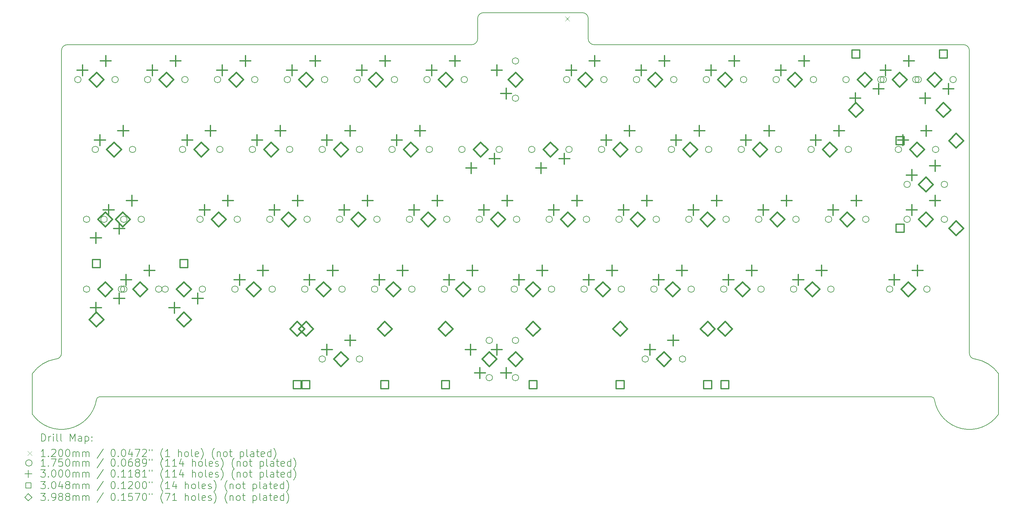
<source format=gbr>
%FSLAX45Y45*%
G04 Gerber Fmt 4.5, Leading zero omitted, Abs format (unit mm)*
G04 Created by KiCad (PCBNEW (6.0.1-0)) date 2022-06-20 16:47:59*
%MOMM*%
%LPD*%
G01*
G04 APERTURE LIST*
%TA.AperFunction,Profile*%
%ADD10C,0.200000*%
%TD*%
%ADD11C,0.200000*%
%ADD12C,0.120000*%
%ADD13C,0.175000*%
%ADD14C,0.300000*%
%ADD15C,0.304800*%
%ADD16C,0.398780*%
G04 APERTURE END LIST*
D10*
X13811250Y-3254375D02*
X13811250Y-3810000D01*
X26273125Y-13652500D02*
G75*
G03*
X28019375Y-14049375I954056J157661D01*
G01*
X26273125Y-13652500D02*
G75*
G03*
X26193750Y-13573125I-79375J0D01*
G01*
X16827500Y-3810000D02*
X16827500Y-3254375D01*
X3492500Y-13573125D02*
G75*
G03*
X3413125Y-13652500I0J-79375D01*
G01*
X28019375Y-12938125D02*
X28019375Y-14049375D01*
X27066875Y-3968750D02*
X16986250Y-3968750D01*
X1666875Y-14049375D02*
G75*
G03*
X3413125Y-13652500I791875J555937D01*
G01*
X1666875Y-12938125D02*
X1666875Y-14049375D01*
X27225625Y-12382500D02*
G75*
G03*
X27384375Y-12541250I158750J0D01*
G01*
X2301875Y-12541250D02*
G75*
G03*
X1666875Y-12938125I149930J-946326D01*
G01*
X13970000Y-3095625D02*
G75*
G03*
X13811250Y-3254375I0J-158750D01*
G01*
X2301875Y-12541250D02*
G75*
G03*
X2460625Y-12382500I0J158750D01*
G01*
X27225625Y-4127500D02*
X27225625Y-12382500D01*
X16827500Y-3254375D02*
G75*
G03*
X16668750Y-3095625I-158750J0D01*
G01*
X13652500Y-3968750D02*
G75*
G03*
X13811250Y-3810000I0J158750D01*
G01*
X26193750Y-13573125D02*
X3492500Y-13573125D01*
X13652500Y-3968750D02*
X2619375Y-3968750D01*
X2460625Y-4127500D02*
X2460625Y-12382500D01*
X2619375Y-3968750D02*
G75*
G03*
X2460625Y-4127500I0J-158750D01*
G01*
X16668750Y-3095625D02*
X13970000Y-3095625D01*
X28019375Y-12938125D02*
G75*
G03*
X27384375Y-12541250I-795555J-566451D01*
G01*
X27225625Y-4127500D02*
G75*
G03*
X27066875Y-3968750I-158750J0D01*
G01*
X16827500Y-3810000D02*
G75*
G03*
X16986250Y-3968750I158750J0D01*
G01*
D11*
D12*
X16200000Y-3203375D02*
X16320000Y-3323375D01*
X16320000Y-3203375D02*
X16200000Y-3323375D01*
D13*
X2992625Y-4921250D02*
G75*
G03*
X2992625Y-4921250I-87500J0D01*
G01*
X3230750Y-8731250D02*
G75*
G03*
X3230750Y-8731250I-87500J0D01*
G01*
X3230750Y-10636250D02*
G75*
G03*
X3230750Y-10636250I-87500J0D01*
G01*
X3468875Y-6826250D02*
G75*
G03*
X3468875Y-6826250I-87500J0D01*
G01*
X3707000Y-8731250D02*
G75*
G03*
X3707000Y-8731250I-87500J0D01*
G01*
X4008625Y-4921250D02*
G75*
G03*
X4008625Y-4921250I-87500J0D01*
G01*
X4183250Y-10636250D02*
G75*
G03*
X4183250Y-10636250I-87500J0D01*
G01*
X4246750Y-8731250D02*
G75*
G03*
X4246750Y-8731250I-87500J0D01*
G01*
X4246750Y-10636250D02*
G75*
G03*
X4246750Y-10636250I-87500J0D01*
G01*
X4484875Y-6826250D02*
G75*
G03*
X4484875Y-6826250I-87500J0D01*
G01*
X4723000Y-8731250D02*
G75*
G03*
X4723000Y-8731250I-87500J0D01*
G01*
X4897625Y-4921250D02*
G75*
G03*
X4897625Y-4921250I-87500J0D01*
G01*
X5199250Y-10636250D02*
G75*
G03*
X5199250Y-10636250I-87500J0D01*
G01*
X5373875Y-10636250D02*
G75*
G03*
X5373875Y-10636250I-87500J0D01*
G01*
X5850125Y-6826250D02*
G75*
G03*
X5850125Y-6826250I-87500J0D01*
G01*
X5913625Y-4921250D02*
G75*
G03*
X5913625Y-4921250I-87500J0D01*
G01*
X6326375Y-8731250D02*
G75*
G03*
X6326375Y-8731250I-87500J0D01*
G01*
X6389875Y-10636250D02*
G75*
G03*
X6389875Y-10636250I-87500J0D01*
G01*
X6802625Y-4921250D02*
G75*
G03*
X6802625Y-4921250I-87500J0D01*
G01*
X6866125Y-6826250D02*
G75*
G03*
X6866125Y-6826250I-87500J0D01*
G01*
X7278875Y-10636250D02*
G75*
G03*
X7278875Y-10636250I-87500J0D01*
G01*
X7342375Y-8731250D02*
G75*
G03*
X7342375Y-8731250I-87500J0D01*
G01*
X7755125Y-6826250D02*
G75*
G03*
X7755125Y-6826250I-87500J0D01*
G01*
X7818625Y-4921250D02*
G75*
G03*
X7818625Y-4921250I-87500J0D01*
G01*
X8231375Y-8731250D02*
G75*
G03*
X8231375Y-8731250I-87500J0D01*
G01*
X8294875Y-10636250D02*
G75*
G03*
X8294875Y-10636250I-87500J0D01*
G01*
X8707625Y-4921250D02*
G75*
G03*
X8707625Y-4921250I-87500J0D01*
G01*
X8771125Y-6826250D02*
G75*
G03*
X8771125Y-6826250I-87500J0D01*
G01*
X9183875Y-10636250D02*
G75*
G03*
X9183875Y-10636250I-87500J0D01*
G01*
X9247375Y-8731250D02*
G75*
G03*
X9247375Y-8731250I-87500J0D01*
G01*
X9660125Y-6826250D02*
G75*
G03*
X9660125Y-6826250I-87500J0D01*
G01*
X9660125Y-12541250D02*
G75*
G03*
X9660125Y-12541250I-87500J0D01*
G01*
X9723625Y-4921250D02*
G75*
G03*
X9723625Y-4921250I-87500J0D01*
G01*
X10136375Y-8731250D02*
G75*
G03*
X10136375Y-8731250I-87500J0D01*
G01*
X10199875Y-10636250D02*
G75*
G03*
X10199875Y-10636250I-87500J0D01*
G01*
X10612625Y-4921250D02*
G75*
G03*
X10612625Y-4921250I-87500J0D01*
G01*
X10676125Y-6826250D02*
G75*
G03*
X10676125Y-6826250I-87500J0D01*
G01*
X10676125Y-12541250D02*
G75*
G03*
X10676125Y-12541250I-87500J0D01*
G01*
X11088875Y-10636250D02*
G75*
G03*
X11088875Y-10636250I-87500J0D01*
G01*
X11152375Y-8731250D02*
G75*
G03*
X11152375Y-8731250I-87500J0D01*
G01*
X11565125Y-6826250D02*
G75*
G03*
X11565125Y-6826250I-87500J0D01*
G01*
X11628625Y-4921250D02*
G75*
G03*
X11628625Y-4921250I-87500J0D01*
G01*
X12041375Y-8731250D02*
G75*
G03*
X12041375Y-8731250I-87500J0D01*
G01*
X12104875Y-10636250D02*
G75*
G03*
X12104875Y-10636250I-87500J0D01*
G01*
X12517625Y-4921250D02*
G75*
G03*
X12517625Y-4921250I-87500J0D01*
G01*
X12581125Y-6826250D02*
G75*
G03*
X12581125Y-6826250I-87500J0D01*
G01*
X12993875Y-10636250D02*
G75*
G03*
X12993875Y-10636250I-87500J0D01*
G01*
X13057375Y-8731250D02*
G75*
G03*
X13057375Y-8731250I-87500J0D01*
G01*
X13470125Y-6826250D02*
G75*
G03*
X13470125Y-6826250I-87500J0D01*
G01*
X13533625Y-4921250D02*
G75*
G03*
X13533625Y-4921250I-87500J0D01*
G01*
X13946375Y-8731250D02*
G75*
G03*
X13946375Y-8731250I-87500J0D01*
G01*
X14009875Y-10636250D02*
G75*
G03*
X14009875Y-10636250I-87500J0D01*
G01*
X14216250Y-12033250D02*
G75*
G03*
X14216250Y-12033250I-87500J0D01*
G01*
X14216250Y-13049250D02*
G75*
G03*
X14216250Y-13049250I-87500J0D01*
G01*
X14486125Y-6826250D02*
G75*
G03*
X14486125Y-6826250I-87500J0D01*
G01*
X14898875Y-10636250D02*
G75*
G03*
X14898875Y-10636250I-87500J0D01*
G01*
X14930625Y-4413250D02*
G75*
G03*
X14930625Y-4413250I-87500J0D01*
G01*
X14930625Y-5429250D02*
G75*
G03*
X14930625Y-5429250I-87500J0D01*
G01*
X14930625Y-12033250D02*
G75*
G03*
X14930625Y-12033250I-87500J0D01*
G01*
X14930625Y-13049250D02*
G75*
G03*
X14930625Y-13049250I-87500J0D01*
G01*
X14962375Y-8731250D02*
G75*
G03*
X14962375Y-8731250I-87500J0D01*
G01*
X15375125Y-6826250D02*
G75*
G03*
X15375125Y-6826250I-87500J0D01*
G01*
X15851375Y-8731250D02*
G75*
G03*
X15851375Y-8731250I-87500J0D01*
G01*
X15914875Y-10636250D02*
G75*
G03*
X15914875Y-10636250I-87500J0D01*
G01*
X16327625Y-4921250D02*
G75*
G03*
X16327625Y-4921250I-87500J0D01*
G01*
X16391125Y-6826250D02*
G75*
G03*
X16391125Y-6826250I-87500J0D01*
G01*
X16803875Y-10636250D02*
G75*
G03*
X16803875Y-10636250I-87500J0D01*
G01*
X16867375Y-8731250D02*
G75*
G03*
X16867375Y-8731250I-87500J0D01*
G01*
X17280125Y-6826250D02*
G75*
G03*
X17280125Y-6826250I-87500J0D01*
G01*
X17343625Y-4921250D02*
G75*
G03*
X17343625Y-4921250I-87500J0D01*
G01*
X17756375Y-8731250D02*
G75*
G03*
X17756375Y-8731250I-87500J0D01*
G01*
X17819875Y-10636250D02*
G75*
G03*
X17819875Y-10636250I-87500J0D01*
G01*
X18232625Y-4921250D02*
G75*
G03*
X18232625Y-4921250I-87500J0D01*
G01*
X18296125Y-6826250D02*
G75*
G03*
X18296125Y-6826250I-87500J0D01*
G01*
X18470750Y-12541250D02*
G75*
G03*
X18470750Y-12541250I-87500J0D01*
G01*
X18708875Y-10636250D02*
G75*
G03*
X18708875Y-10636250I-87500J0D01*
G01*
X18772375Y-8731250D02*
G75*
G03*
X18772375Y-8731250I-87500J0D01*
G01*
X19185125Y-6826250D02*
G75*
G03*
X19185125Y-6826250I-87500J0D01*
G01*
X19248625Y-4921250D02*
G75*
G03*
X19248625Y-4921250I-87500J0D01*
G01*
X19486750Y-12541250D02*
G75*
G03*
X19486750Y-12541250I-87500J0D01*
G01*
X19661375Y-8731250D02*
G75*
G03*
X19661375Y-8731250I-87500J0D01*
G01*
X19724875Y-10636250D02*
G75*
G03*
X19724875Y-10636250I-87500J0D01*
G01*
X20137625Y-4921250D02*
G75*
G03*
X20137625Y-4921250I-87500J0D01*
G01*
X20201125Y-6826250D02*
G75*
G03*
X20201125Y-6826250I-87500J0D01*
G01*
X20613875Y-10636250D02*
G75*
G03*
X20613875Y-10636250I-87500J0D01*
G01*
X20677375Y-8731250D02*
G75*
G03*
X20677375Y-8731250I-87500J0D01*
G01*
X21090125Y-6826250D02*
G75*
G03*
X21090125Y-6826250I-87500J0D01*
G01*
X21153625Y-4921250D02*
G75*
G03*
X21153625Y-4921250I-87500J0D01*
G01*
X21566375Y-8731250D02*
G75*
G03*
X21566375Y-8731250I-87500J0D01*
G01*
X21629875Y-10636250D02*
G75*
G03*
X21629875Y-10636250I-87500J0D01*
G01*
X22042625Y-4921250D02*
G75*
G03*
X22042625Y-4921250I-87500J0D01*
G01*
X22106125Y-6826250D02*
G75*
G03*
X22106125Y-6826250I-87500J0D01*
G01*
X22518875Y-10636250D02*
G75*
G03*
X22518875Y-10636250I-87500J0D01*
G01*
X22582375Y-8731250D02*
G75*
G03*
X22582375Y-8731250I-87500J0D01*
G01*
X22995125Y-6826250D02*
G75*
G03*
X22995125Y-6826250I-87500J0D01*
G01*
X23058625Y-4921250D02*
G75*
G03*
X23058625Y-4921250I-87500J0D01*
G01*
X23471375Y-8731250D02*
G75*
G03*
X23471375Y-8731250I-87500J0D01*
G01*
X23534875Y-10636250D02*
G75*
G03*
X23534875Y-10636250I-87500J0D01*
G01*
X23947625Y-4921250D02*
G75*
G03*
X23947625Y-4921250I-87500J0D01*
G01*
X24011125Y-6826250D02*
G75*
G03*
X24011125Y-6826250I-87500J0D01*
G01*
X24487375Y-8731250D02*
G75*
G03*
X24487375Y-8731250I-87500J0D01*
G01*
X24900125Y-4921250D02*
G75*
G03*
X24900125Y-4921250I-87500J0D01*
G01*
X24963625Y-4921250D02*
G75*
G03*
X24963625Y-4921250I-87500J0D01*
G01*
X25138250Y-10636250D02*
G75*
G03*
X25138250Y-10636250I-87500J0D01*
G01*
X25376375Y-6826250D02*
G75*
G03*
X25376375Y-6826250I-87500J0D01*
G01*
X25614500Y-7778750D02*
G75*
G03*
X25614500Y-7778750I-87500J0D01*
G01*
X25614500Y-8731250D02*
G75*
G03*
X25614500Y-8731250I-87500J0D01*
G01*
X25852625Y-4921250D02*
G75*
G03*
X25852625Y-4921250I-87500J0D01*
G01*
X25916125Y-4921250D02*
G75*
G03*
X25916125Y-4921250I-87500J0D01*
G01*
X26154250Y-10636250D02*
G75*
G03*
X26154250Y-10636250I-87500J0D01*
G01*
X26392375Y-6826250D02*
G75*
G03*
X26392375Y-6826250I-87500J0D01*
G01*
X26630500Y-7778750D02*
G75*
G03*
X26630500Y-7778750I-87500J0D01*
G01*
X26630500Y-8731250D02*
G75*
G03*
X26630500Y-8731250I-87500J0D01*
G01*
X26868625Y-4921250D02*
G75*
G03*
X26868625Y-4921250I-87500J0D01*
G01*
D14*
X3032125Y-4517250D02*
X3032125Y-4817250D01*
X2882125Y-4667250D02*
X3182125Y-4667250D01*
X3397250Y-9089250D02*
X3397250Y-9389250D01*
X3247250Y-9239250D02*
X3547250Y-9239250D01*
X3397250Y-10994250D02*
X3397250Y-11294250D01*
X3247250Y-11144250D02*
X3547250Y-11144250D01*
X3508375Y-6422250D02*
X3508375Y-6722250D01*
X3358375Y-6572250D02*
X3658375Y-6572250D01*
X3667125Y-4263250D02*
X3667125Y-4563250D01*
X3517125Y-4413250D02*
X3817125Y-4413250D01*
X3746500Y-8327250D02*
X3746500Y-8627250D01*
X3596500Y-8477250D02*
X3896500Y-8477250D01*
X4032250Y-8835250D02*
X4032250Y-9135250D01*
X3882250Y-8985250D02*
X4182250Y-8985250D01*
X4032250Y-10740250D02*
X4032250Y-11040250D01*
X3882250Y-10890250D02*
X4182250Y-10890250D01*
X4143375Y-6168250D02*
X4143375Y-6468250D01*
X3993375Y-6318250D02*
X4293375Y-6318250D01*
X4222750Y-10232250D02*
X4222750Y-10532250D01*
X4072750Y-10382250D02*
X4372750Y-10382250D01*
X4381500Y-8073250D02*
X4381500Y-8373250D01*
X4231500Y-8223250D02*
X4531500Y-8223250D01*
X4857750Y-9978250D02*
X4857750Y-10278250D01*
X4707750Y-10128250D02*
X5007750Y-10128250D01*
X4937125Y-4517250D02*
X4937125Y-4817250D01*
X4787125Y-4667250D02*
X5087125Y-4667250D01*
X5540375Y-10994250D02*
X5540375Y-11294250D01*
X5390375Y-11144250D02*
X5690375Y-11144250D01*
X5572125Y-4263250D02*
X5572125Y-4563250D01*
X5422125Y-4413250D02*
X5722125Y-4413250D01*
X5889625Y-6422250D02*
X5889625Y-6722250D01*
X5739625Y-6572250D02*
X6039625Y-6572250D01*
X6175375Y-10740250D02*
X6175375Y-11040250D01*
X6025375Y-10890250D02*
X6325375Y-10890250D01*
X6365875Y-8327250D02*
X6365875Y-8627250D01*
X6215875Y-8477250D02*
X6515875Y-8477250D01*
X6524625Y-6168250D02*
X6524625Y-6468250D01*
X6374625Y-6318250D02*
X6674625Y-6318250D01*
X6842125Y-4517250D02*
X6842125Y-4817250D01*
X6692125Y-4667250D02*
X6992125Y-4667250D01*
X7000875Y-8073250D02*
X7000875Y-8373250D01*
X6850875Y-8223250D02*
X7150875Y-8223250D01*
X7318375Y-10232250D02*
X7318375Y-10532250D01*
X7168375Y-10382250D02*
X7468375Y-10382250D01*
X7477125Y-4263250D02*
X7477125Y-4563250D01*
X7327125Y-4413250D02*
X7627125Y-4413250D01*
X7794625Y-6422250D02*
X7794625Y-6722250D01*
X7644625Y-6572250D02*
X7944625Y-6572250D01*
X7953375Y-9978250D02*
X7953375Y-10278250D01*
X7803375Y-10128250D02*
X8103375Y-10128250D01*
X8270875Y-8327250D02*
X8270875Y-8627250D01*
X8120875Y-8477250D02*
X8420875Y-8477250D01*
X8429625Y-6168250D02*
X8429625Y-6468250D01*
X8279625Y-6318250D02*
X8579625Y-6318250D01*
X8747125Y-4517250D02*
X8747125Y-4817250D01*
X8597125Y-4667250D02*
X8897125Y-4667250D01*
X8905875Y-8073250D02*
X8905875Y-8373250D01*
X8755875Y-8223250D02*
X9055875Y-8223250D01*
X9223375Y-10232250D02*
X9223375Y-10532250D01*
X9073375Y-10382250D02*
X9373375Y-10382250D01*
X9382125Y-4263250D02*
X9382125Y-4563250D01*
X9232125Y-4413250D02*
X9532125Y-4413250D01*
X9699625Y-6422250D02*
X9699625Y-6722250D01*
X9549625Y-6572250D02*
X9849625Y-6572250D01*
X9699625Y-12137250D02*
X9699625Y-12437250D01*
X9549625Y-12287250D02*
X9849625Y-12287250D01*
X9858375Y-9978250D02*
X9858375Y-10278250D01*
X9708375Y-10128250D02*
X10008375Y-10128250D01*
X10175875Y-8327250D02*
X10175875Y-8627250D01*
X10025875Y-8477250D02*
X10325875Y-8477250D01*
X10334625Y-6168250D02*
X10334625Y-6468250D01*
X10184625Y-6318250D02*
X10484625Y-6318250D01*
X10334625Y-11883250D02*
X10334625Y-12183250D01*
X10184625Y-12033250D02*
X10484625Y-12033250D01*
X10652125Y-4517250D02*
X10652125Y-4817250D01*
X10502125Y-4667250D02*
X10802125Y-4667250D01*
X10810875Y-8073250D02*
X10810875Y-8373250D01*
X10660875Y-8223250D02*
X10960875Y-8223250D01*
X11128375Y-10232250D02*
X11128375Y-10532250D01*
X10978375Y-10382250D02*
X11278375Y-10382250D01*
X11287125Y-4263250D02*
X11287125Y-4563250D01*
X11137125Y-4413250D02*
X11437125Y-4413250D01*
X11604625Y-6422250D02*
X11604625Y-6722250D01*
X11454625Y-6572250D02*
X11754625Y-6572250D01*
X11763375Y-9978250D02*
X11763375Y-10278250D01*
X11613375Y-10128250D02*
X11913375Y-10128250D01*
X12080875Y-8327250D02*
X12080875Y-8627250D01*
X11930875Y-8477250D02*
X12230875Y-8477250D01*
X12239625Y-6168250D02*
X12239625Y-6468250D01*
X12089625Y-6318250D02*
X12389625Y-6318250D01*
X12557125Y-4517250D02*
X12557125Y-4817250D01*
X12407125Y-4667250D02*
X12707125Y-4667250D01*
X12715875Y-8073250D02*
X12715875Y-8373250D01*
X12565875Y-8223250D02*
X12865875Y-8223250D01*
X13033375Y-10232250D02*
X13033375Y-10532250D01*
X12883375Y-10382250D02*
X13183375Y-10382250D01*
X13192125Y-4263250D02*
X13192125Y-4563250D01*
X13042125Y-4413250D02*
X13342125Y-4413250D01*
X13620750Y-12137250D02*
X13620750Y-12437250D01*
X13470750Y-12287250D02*
X13770750Y-12287250D01*
X13636625Y-7184250D02*
X13636625Y-7484250D01*
X13486625Y-7334250D02*
X13786625Y-7334250D01*
X13668375Y-9978250D02*
X13668375Y-10278250D01*
X13518375Y-10128250D02*
X13818375Y-10128250D01*
X13874750Y-12772250D02*
X13874750Y-13072250D01*
X13724750Y-12922250D02*
X14024750Y-12922250D01*
X13985875Y-8327250D02*
X13985875Y-8627250D01*
X13835875Y-8477250D02*
X14135875Y-8477250D01*
X14271625Y-6930250D02*
X14271625Y-7230250D01*
X14121625Y-7080250D02*
X14421625Y-7080250D01*
X14335125Y-4517250D02*
X14335125Y-4817250D01*
X14185125Y-4667250D02*
X14485125Y-4667250D01*
X14335125Y-12137250D02*
X14335125Y-12437250D01*
X14185125Y-12287250D02*
X14485125Y-12287250D01*
X14589125Y-5152250D02*
X14589125Y-5452250D01*
X14439125Y-5302250D02*
X14739125Y-5302250D01*
X14589125Y-12772250D02*
X14589125Y-13072250D01*
X14439125Y-12922250D02*
X14739125Y-12922250D01*
X14620875Y-8073250D02*
X14620875Y-8373250D01*
X14470875Y-8223250D02*
X14770875Y-8223250D01*
X14938375Y-10232250D02*
X14938375Y-10532250D01*
X14788375Y-10382250D02*
X15088375Y-10382250D01*
X15541625Y-7184250D02*
X15541625Y-7484250D01*
X15391625Y-7334250D02*
X15691625Y-7334250D01*
X15573375Y-9978250D02*
X15573375Y-10278250D01*
X15423375Y-10128250D02*
X15723375Y-10128250D01*
X15890875Y-8327250D02*
X15890875Y-8627250D01*
X15740875Y-8477250D02*
X16040875Y-8477250D01*
X16176625Y-6930250D02*
X16176625Y-7230250D01*
X16026625Y-7080250D02*
X16326625Y-7080250D01*
X16367125Y-4517250D02*
X16367125Y-4817250D01*
X16217125Y-4667250D02*
X16517125Y-4667250D01*
X16525875Y-8073250D02*
X16525875Y-8373250D01*
X16375875Y-8223250D02*
X16675875Y-8223250D01*
X16843375Y-10232250D02*
X16843375Y-10532250D01*
X16693375Y-10382250D02*
X16993375Y-10382250D01*
X17002125Y-4263250D02*
X17002125Y-4563250D01*
X16852125Y-4413250D02*
X17152125Y-4413250D01*
X17319625Y-6422250D02*
X17319625Y-6722250D01*
X17169625Y-6572250D02*
X17469625Y-6572250D01*
X17478375Y-9978250D02*
X17478375Y-10278250D01*
X17328375Y-10128250D02*
X17628375Y-10128250D01*
X17795875Y-8327250D02*
X17795875Y-8627250D01*
X17645875Y-8477250D02*
X17945875Y-8477250D01*
X17954625Y-6168250D02*
X17954625Y-6468250D01*
X17804625Y-6318250D02*
X18104625Y-6318250D01*
X18272125Y-4517250D02*
X18272125Y-4817250D01*
X18122125Y-4667250D02*
X18422125Y-4667250D01*
X18430875Y-8073250D02*
X18430875Y-8373250D01*
X18280875Y-8223250D02*
X18580875Y-8223250D01*
X18510250Y-12137250D02*
X18510250Y-12437250D01*
X18360250Y-12287250D02*
X18660250Y-12287250D01*
X18748375Y-10232250D02*
X18748375Y-10532250D01*
X18598375Y-10382250D02*
X18898375Y-10382250D01*
X18907125Y-4263250D02*
X18907125Y-4563250D01*
X18757125Y-4413250D02*
X19057125Y-4413250D01*
X19145250Y-11883250D02*
X19145250Y-12183250D01*
X18995250Y-12033250D02*
X19295250Y-12033250D01*
X19224625Y-6422250D02*
X19224625Y-6722250D01*
X19074625Y-6572250D02*
X19374625Y-6572250D01*
X19383375Y-9978250D02*
X19383375Y-10278250D01*
X19233375Y-10128250D02*
X19533375Y-10128250D01*
X19700875Y-8327250D02*
X19700875Y-8627250D01*
X19550875Y-8477250D02*
X19850875Y-8477250D01*
X19859625Y-6168250D02*
X19859625Y-6468250D01*
X19709625Y-6318250D02*
X20009625Y-6318250D01*
X20177125Y-4517250D02*
X20177125Y-4817250D01*
X20027125Y-4667250D02*
X20327125Y-4667250D01*
X20335875Y-8073250D02*
X20335875Y-8373250D01*
X20185875Y-8223250D02*
X20485875Y-8223250D01*
X20653375Y-10232250D02*
X20653375Y-10532250D01*
X20503375Y-10382250D02*
X20803375Y-10382250D01*
X20812125Y-4263250D02*
X20812125Y-4563250D01*
X20662125Y-4413250D02*
X20962125Y-4413250D01*
X21129625Y-6422250D02*
X21129625Y-6722250D01*
X20979625Y-6572250D02*
X21279625Y-6572250D01*
X21288375Y-9978250D02*
X21288375Y-10278250D01*
X21138375Y-10128250D02*
X21438375Y-10128250D01*
X21605875Y-8327250D02*
X21605875Y-8627250D01*
X21455875Y-8477250D02*
X21755875Y-8477250D01*
X21764625Y-6168250D02*
X21764625Y-6468250D01*
X21614625Y-6318250D02*
X21914625Y-6318250D01*
X22082125Y-4517250D02*
X22082125Y-4817250D01*
X21932125Y-4667250D02*
X22232125Y-4667250D01*
X22240875Y-8073250D02*
X22240875Y-8373250D01*
X22090875Y-8223250D02*
X22390875Y-8223250D01*
X22558375Y-10232250D02*
X22558375Y-10532250D01*
X22408375Y-10382250D02*
X22708375Y-10382250D01*
X22717125Y-4263250D02*
X22717125Y-4563250D01*
X22567125Y-4413250D02*
X22867125Y-4413250D01*
X23034625Y-6422250D02*
X23034625Y-6722250D01*
X22884625Y-6572250D02*
X23184625Y-6572250D01*
X23193375Y-9978250D02*
X23193375Y-10278250D01*
X23043375Y-10128250D02*
X23343375Y-10128250D01*
X23510875Y-8327250D02*
X23510875Y-8627250D01*
X23360875Y-8477250D02*
X23660875Y-8477250D01*
X23669625Y-6168250D02*
X23669625Y-6468250D01*
X23519625Y-6318250D02*
X23819625Y-6318250D01*
X24114125Y-5279250D02*
X24114125Y-5579250D01*
X23964125Y-5429250D02*
X24264125Y-5429250D01*
X24145875Y-8073250D02*
X24145875Y-8373250D01*
X23995875Y-8223250D02*
X24295875Y-8223250D01*
X24749125Y-5025250D02*
X24749125Y-5325250D01*
X24599125Y-5175250D02*
X24899125Y-5175250D01*
X24939625Y-4517250D02*
X24939625Y-4817250D01*
X24789625Y-4667250D02*
X25089625Y-4667250D01*
X25177750Y-10232250D02*
X25177750Y-10532250D01*
X25027750Y-10382250D02*
X25327750Y-10382250D01*
X25415875Y-6422250D02*
X25415875Y-6722250D01*
X25265875Y-6572250D02*
X25565875Y-6572250D01*
X25574625Y-4263250D02*
X25574625Y-4563250D01*
X25424625Y-4413250D02*
X25724625Y-4413250D01*
X25654000Y-7374750D02*
X25654000Y-7674750D01*
X25504000Y-7524750D02*
X25804000Y-7524750D01*
X25654000Y-8327250D02*
X25654000Y-8627250D01*
X25504000Y-8477250D02*
X25804000Y-8477250D01*
X25812750Y-9978250D02*
X25812750Y-10278250D01*
X25662750Y-10128250D02*
X25962750Y-10128250D01*
X26019125Y-5279250D02*
X26019125Y-5579250D01*
X25869125Y-5429250D02*
X26169125Y-5429250D01*
X26050875Y-6168250D02*
X26050875Y-6468250D01*
X25900875Y-6318250D02*
X26200875Y-6318250D01*
X26289000Y-7120750D02*
X26289000Y-7420750D01*
X26139000Y-7270750D02*
X26439000Y-7270750D01*
X26289000Y-8073250D02*
X26289000Y-8373250D01*
X26139000Y-8223250D02*
X26439000Y-8223250D01*
X26654125Y-5025250D02*
X26654125Y-5325250D01*
X26504125Y-5175250D02*
X26804125Y-5175250D01*
D15*
X3517714Y-10045514D02*
X3517714Y-9829986D01*
X3302186Y-9829986D01*
X3302186Y-10045514D01*
X3517714Y-10045514D01*
X5905314Y-10045514D02*
X5905314Y-9829986D01*
X5689786Y-9829986D01*
X5689786Y-10045514D01*
X5905314Y-10045514D01*
X8994589Y-13347514D02*
X8994589Y-13131986D01*
X8779061Y-13131986D01*
X8779061Y-13347514D01*
X8994589Y-13347514D01*
X9235889Y-13347514D02*
X9235889Y-13131986D01*
X9020361Y-13131986D01*
X9020361Y-13347514D01*
X9235889Y-13347514D01*
X11382189Y-13347514D02*
X11382189Y-13131986D01*
X11166661Y-13131986D01*
X11166661Y-13347514D01*
X11382189Y-13347514D01*
X13042714Y-13347514D02*
X13042714Y-13131986D01*
X12827186Y-13131986D01*
X12827186Y-13347514D01*
X13042714Y-13347514D01*
X15430314Y-13347514D02*
X15430314Y-13131986D01*
X15214786Y-13131986D01*
X15214786Y-13347514D01*
X15430314Y-13347514D01*
X17805214Y-13347514D02*
X17805214Y-13131986D01*
X17589686Y-13131986D01*
X17589686Y-13347514D01*
X17805214Y-13347514D01*
X20192814Y-13347514D02*
X20192814Y-13131986D01*
X19977286Y-13131986D01*
X19977286Y-13347514D01*
X20192814Y-13347514D01*
X20665889Y-13347514D02*
X20665889Y-13131986D01*
X20450361Y-13131986D01*
X20450361Y-13347514D01*
X20665889Y-13347514D01*
X24234589Y-4330514D02*
X24234589Y-4114986D01*
X24019061Y-4114986D01*
X24019061Y-4330514D01*
X24234589Y-4330514D01*
X25444264Y-6692714D02*
X25444264Y-6477186D01*
X25228736Y-6477186D01*
X25228736Y-6692714D01*
X25444264Y-6692714D01*
X25444264Y-9080314D02*
X25444264Y-8864786D01*
X25228736Y-8864786D01*
X25228736Y-9080314D01*
X25444264Y-9080314D01*
X26622189Y-4330514D02*
X26622189Y-4114986D01*
X26406661Y-4114986D01*
X26406661Y-4330514D01*
X26622189Y-4330514D01*
D16*
X3409950Y-11661140D02*
X3609340Y-11461750D01*
X3409950Y-11262360D01*
X3210560Y-11461750D01*
X3409950Y-11661140D01*
X3413125Y-5120640D02*
X3612515Y-4921250D01*
X3413125Y-4721860D01*
X3213735Y-4921250D01*
X3413125Y-5120640D01*
X3651250Y-8930640D02*
X3850640Y-8731250D01*
X3651250Y-8531860D01*
X3451860Y-8731250D01*
X3651250Y-8930640D01*
X3651250Y-10835640D02*
X3850640Y-10636250D01*
X3651250Y-10436860D01*
X3451860Y-10636250D01*
X3651250Y-10835640D01*
X3889375Y-7025640D02*
X4088765Y-6826250D01*
X3889375Y-6626860D01*
X3689985Y-6826250D01*
X3889375Y-7025640D01*
X4127500Y-8930640D02*
X4326890Y-8731250D01*
X4127500Y-8531860D01*
X3928110Y-8731250D01*
X4127500Y-8930640D01*
X4603750Y-10835640D02*
X4803140Y-10636250D01*
X4603750Y-10436860D01*
X4404360Y-10636250D01*
X4603750Y-10835640D01*
X5318125Y-5120640D02*
X5517515Y-4921250D01*
X5318125Y-4721860D01*
X5118735Y-4921250D01*
X5318125Y-5120640D01*
X5794375Y-10835640D02*
X5993765Y-10636250D01*
X5794375Y-10436860D01*
X5594985Y-10636250D01*
X5794375Y-10835640D01*
X5797550Y-11661140D02*
X5996940Y-11461750D01*
X5797550Y-11262360D01*
X5598160Y-11461750D01*
X5797550Y-11661140D01*
X6270625Y-7025640D02*
X6470015Y-6826250D01*
X6270625Y-6626860D01*
X6071235Y-6826250D01*
X6270625Y-7025640D01*
X6746875Y-8930640D02*
X6946265Y-8731250D01*
X6746875Y-8531860D01*
X6547485Y-8731250D01*
X6746875Y-8930640D01*
X7223125Y-5120640D02*
X7422515Y-4921250D01*
X7223125Y-4721860D01*
X7023735Y-4921250D01*
X7223125Y-5120640D01*
X7699375Y-10835640D02*
X7898765Y-10636250D01*
X7699375Y-10436860D01*
X7499985Y-10636250D01*
X7699375Y-10835640D01*
X8175625Y-7025640D02*
X8375015Y-6826250D01*
X8175625Y-6626860D01*
X7976235Y-6826250D01*
X8175625Y-7025640D01*
X8651875Y-8930640D02*
X8851265Y-8731250D01*
X8651875Y-8531860D01*
X8452485Y-8731250D01*
X8651875Y-8930640D01*
X8886825Y-11915140D02*
X9086215Y-11715750D01*
X8886825Y-11516360D01*
X8687435Y-11715750D01*
X8886825Y-11915140D01*
X9128125Y-5120640D02*
X9327515Y-4921250D01*
X9128125Y-4721860D01*
X8928735Y-4921250D01*
X9128125Y-5120640D01*
X9128125Y-11915140D02*
X9327515Y-11715750D01*
X9128125Y-11516360D01*
X8928735Y-11715750D01*
X9128125Y-11915140D01*
X9604375Y-10835640D02*
X9803765Y-10636250D01*
X9604375Y-10436860D01*
X9404985Y-10636250D01*
X9604375Y-10835640D01*
X10080625Y-7025640D02*
X10280015Y-6826250D01*
X10080625Y-6626860D01*
X9881235Y-6826250D01*
X10080625Y-7025640D01*
X10080625Y-12740640D02*
X10280015Y-12541250D01*
X10080625Y-12341860D01*
X9881235Y-12541250D01*
X10080625Y-12740640D01*
X10556875Y-8930640D02*
X10756265Y-8731250D01*
X10556875Y-8531860D01*
X10357485Y-8731250D01*
X10556875Y-8930640D01*
X11033125Y-5120640D02*
X11232515Y-4921250D01*
X11033125Y-4721860D01*
X10833735Y-4921250D01*
X11033125Y-5120640D01*
X11274425Y-11915140D02*
X11473815Y-11715750D01*
X11274425Y-11516360D01*
X11075035Y-11715750D01*
X11274425Y-11915140D01*
X11509375Y-10835640D02*
X11708765Y-10636250D01*
X11509375Y-10436860D01*
X11309985Y-10636250D01*
X11509375Y-10835640D01*
X11985625Y-7025640D02*
X12185015Y-6826250D01*
X11985625Y-6626860D01*
X11786235Y-6826250D01*
X11985625Y-7025640D01*
X12461875Y-8930640D02*
X12661265Y-8731250D01*
X12461875Y-8531860D01*
X12262485Y-8731250D01*
X12461875Y-8930640D01*
X12934950Y-11915140D02*
X13134340Y-11715750D01*
X12934950Y-11516360D01*
X12735560Y-11715750D01*
X12934950Y-11915140D01*
X12938125Y-5120640D02*
X13137515Y-4921250D01*
X12938125Y-4721860D01*
X12738735Y-4921250D01*
X12938125Y-5120640D01*
X13414375Y-10835640D02*
X13613765Y-10636250D01*
X13414375Y-10436860D01*
X13214985Y-10636250D01*
X13414375Y-10835640D01*
X13890625Y-7025640D02*
X14090015Y-6826250D01*
X13890625Y-6626860D01*
X13691235Y-6826250D01*
X13890625Y-7025640D01*
X14128750Y-12740640D02*
X14328140Y-12541250D01*
X14128750Y-12341860D01*
X13929360Y-12541250D01*
X14128750Y-12740640D01*
X14366875Y-8930640D02*
X14566265Y-8731250D01*
X14366875Y-8531860D01*
X14167485Y-8731250D01*
X14366875Y-8930640D01*
X14843125Y-5120640D02*
X15042515Y-4921250D01*
X14843125Y-4721860D01*
X14643735Y-4921250D01*
X14843125Y-5120640D01*
X14843125Y-12740640D02*
X15042515Y-12541250D01*
X14843125Y-12341860D01*
X14643735Y-12541250D01*
X14843125Y-12740640D01*
X15319375Y-10835640D02*
X15518765Y-10636250D01*
X15319375Y-10436860D01*
X15119985Y-10636250D01*
X15319375Y-10835640D01*
X15322550Y-11915140D02*
X15521940Y-11715750D01*
X15322550Y-11516360D01*
X15123160Y-11715750D01*
X15322550Y-11915140D01*
X15795625Y-7025640D02*
X15995015Y-6826250D01*
X15795625Y-6626860D01*
X15596235Y-6826250D01*
X15795625Y-7025640D01*
X16271875Y-8930640D02*
X16471265Y-8731250D01*
X16271875Y-8531860D01*
X16072485Y-8731250D01*
X16271875Y-8930640D01*
X16748125Y-5120640D02*
X16947515Y-4921250D01*
X16748125Y-4721860D01*
X16548735Y-4921250D01*
X16748125Y-5120640D01*
X17224375Y-10835640D02*
X17423765Y-10636250D01*
X17224375Y-10436860D01*
X17024985Y-10636250D01*
X17224375Y-10835640D01*
X17697450Y-11915140D02*
X17896840Y-11715750D01*
X17697450Y-11516360D01*
X17498060Y-11715750D01*
X17697450Y-11915140D01*
X17700625Y-7025640D02*
X17900015Y-6826250D01*
X17700625Y-6626860D01*
X17501235Y-6826250D01*
X17700625Y-7025640D01*
X18176875Y-8930640D02*
X18376265Y-8731250D01*
X18176875Y-8531860D01*
X17977485Y-8731250D01*
X18176875Y-8930640D01*
X18653125Y-5120640D02*
X18852515Y-4921250D01*
X18653125Y-4721860D01*
X18453735Y-4921250D01*
X18653125Y-5120640D01*
X18891250Y-12740640D02*
X19090640Y-12541250D01*
X18891250Y-12341860D01*
X18691860Y-12541250D01*
X18891250Y-12740640D01*
X19129375Y-10835640D02*
X19328765Y-10636250D01*
X19129375Y-10436860D01*
X18929985Y-10636250D01*
X19129375Y-10835640D01*
X19605625Y-7025640D02*
X19805015Y-6826250D01*
X19605625Y-6626860D01*
X19406235Y-6826250D01*
X19605625Y-7025640D01*
X20081875Y-8930640D02*
X20281265Y-8731250D01*
X20081875Y-8531860D01*
X19882485Y-8731250D01*
X20081875Y-8930640D01*
X20085050Y-11915140D02*
X20284440Y-11715750D01*
X20085050Y-11516360D01*
X19885660Y-11715750D01*
X20085050Y-11915140D01*
X20558125Y-5120640D02*
X20757515Y-4921250D01*
X20558125Y-4721860D01*
X20358735Y-4921250D01*
X20558125Y-5120640D01*
X20558125Y-11915140D02*
X20757515Y-11715750D01*
X20558125Y-11516360D01*
X20358735Y-11715750D01*
X20558125Y-11915140D01*
X21034375Y-10835640D02*
X21233765Y-10636250D01*
X21034375Y-10436860D01*
X20834985Y-10636250D01*
X21034375Y-10835640D01*
X21510625Y-7025640D02*
X21710015Y-6826250D01*
X21510625Y-6626860D01*
X21311235Y-6826250D01*
X21510625Y-7025640D01*
X21986875Y-8930640D02*
X22186265Y-8731250D01*
X21986875Y-8531860D01*
X21787485Y-8731250D01*
X21986875Y-8930640D01*
X22463125Y-5120640D02*
X22662515Y-4921250D01*
X22463125Y-4721860D01*
X22263735Y-4921250D01*
X22463125Y-5120640D01*
X22939375Y-10835640D02*
X23138765Y-10636250D01*
X22939375Y-10436860D01*
X22739985Y-10636250D01*
X22939375Y-10835640D01*
X23415625Y-7025640D02*
X23615015Y-6826250D01*
X23415625Y-6626860D01*
X23216235Y-6826250D01*
X23415625Y-7025640D01*
X23891875Y-8930640D02*
X24091265Y-8731250D01*
X23891875Y-8531860D01*
X23692485Y-8731250D01*
X23891875Y-8930640D01*
X24126825Y-5946140D02*
X24326215Y-5746750D01*
X24126825Y-5547360D01*
X23927435Y-5746750D01*
X24126825Y-5946140D01*
X24368125Y-5120640D02*
X24567515Y-4921250D01*
X24368125Y-4721860D01*
X24168735Y-4921250D01*
X24368125Y-5120640D01*
X25320625Y-5120640D02*
X25520015Y-4921250D01*
X25320625Y-4721860D01*
X25121235Y-4921250D01*
X25320625Y-5120640D01*
X25558750Y-10835640D02*
X25758140Y-10636250D01*
X25558750Y-10436860D01*
X25359360Y-10636250D01*
X25558750Y-10835640D01*
X25796875Y-7025640D02*
X25996265Y-6826250D01*
X25796875Y-6626860D01*
X25597485Y-6826250D01*
X25796875Y-7025640D01*
X26035000Y-7978140D02*
X26234390Y-7778750D01*
X26035000Y-7579360D01*
X25835610Y-7778750D01*
X26035000Y-7978140D01*
X26035000Y-8930640D02*
X26234390Y-8731250D01*
X26035000Y-8531860D01*
X25835610Y-8731250D01*
X26035000Y-8930640D01*
X26273125Y-5120640D02*
X26472515Y-4921250D01*
X26273125Y-4721860D01*
X26073735Y-4921250D01*
X26273125Y-5120640D01*
X26514425Y-5946140D02*
X26713815Y-5746750D01*
X26514425Y-5547360D01*
X26315035Y-5746750D01*
X26514425Y-5946140D01*
X26860500Y-6784340D02*
X27059890Y-6584950D01*
X26860500Y-6385560D01*
X26661110Y-6584950D01*
X26860500Y-6784340D01*
X26860500Y-9171940D02*
X27059890Y-8972550D01*
X26860500Y-8773160D01*
X26661110Y-8972550D01*
X26860500Y-9171940D01*
D11*
X1914494Y-14782311D02*
X1914494Y-14582311D01*
X1962113Y-14582311D01*
X1990684Y-14591835D01*
X2009732Y-14610883D01*
X2019256Y-14629930D01*
X2028780Y-14668025D01*
X2028780Y-14696597D01*
X2019256Y-14734692D01*
X2009732Y-14753740D01*
X1990684Y-14772787D01*
X1962113Y-14782311D01*
X1914494Y-14782311D01*
X2114494Y-14782311D02*
X2114494Y-14648978D01*
X2114494Y-14687073D02*
X2124018Y-14668025D01*
X2133542Y-14658502D01*
X2152589Y-14648978D01*
X2171637Y-14648978D01*
X2238304Y-14782311D02*
X2238304Y-14648978D01*
X2238304Y-14582311D02*
X2228780Y-14591835D01*
X2238304Y-14601359D01*
X2247827Y-14591835D01*
X2238304Y-14582311D01*
X2238304Y-14601359D01*
X2362113Y-14782311D02*
X2343065Y-14772787D01*
X2333542Y-14753740D01*
X2333542Y-14582311D01*
X2466875Y-14782311D02*
X2447827Y-14772787D01*
X2438304Y-14753740D01*
X2438304Y-14582311D01*
X2695446Y-14782311D02*
X2695446Y-14582311D01*
X2762113Y-14725168D01*
X2828780Y-14582311D01*
X2828780Y-14782311D01*
X3009732Y-14782311D02*
X3009732Y-14677549D01*
X3000208Y-14658502D01*
X2981161Y-14648978D01*
X2943065Y-14648978D01*
X2924018Y-14658502D01*
X3009732Y-14772787D02*
X2990684Y-14782311D01*
X2943065Y-14782311D01*
X2924018Y-14772787D01*
X2914494Y-14753740D01*
X2914494Y-14734692D01*
X2924018Y-14715644D01*
X2943065Y-14706121D01*
X2990684Y-14706121D01*
X3009732Y-14696597D01*
X3104970Y-14648978D02*
X3104970Y-14848978D01*
X3104970Y-14658502D02*
X3124018Y-14648978D01*
X3162113Y-14648978D01*
X3181161Y-14658502D01*
X3190684Y-14668025D01*
X3200208Y-14687073D01*
X3200208Y-14744216D01*
X3190684Y-14763263D01*
X3181161Y-14772787D01*
X3162113Y-14782311D01*
X3124018Y-14782311D01*
X3104970Y-14772787D01*
X3285923Y-14763263D02*
X3295446Y-14772787D01*
X3285923Y-14782311D01*
X3276399Y-14772787D01*
X3285923Y-14763263D01*
X3285923Y-14782311D01*
X3285923Y-14658502D02*
X3295446Y-14668025D01*
X3285923Y-14677549D01*
X3276399Y-14668025D01*
X3285923Y-14658502D01*
X3285923Y-14677549D01*
D12*
X1536875Y-15051835D02*
X1656875Y-15171835D01*
X1656875Y-15051835D02*
X1536875Y-15171835D01*
D11*
X2019256Y-15202311D02*
X1904970Y-15202311D01*
X1962113Y-15202311D02*
X1962113Y-15002311D01*
X1943065Y-15030883D01*
X1924018Y-15049930D01*
X1904970Y-15059454D01*
X2104970Y-15183263D02*
X2114494Y-15192787D01*
X2104970Y-15202311D01*
X2095446Y-15192787D01*
X2104970Y-15183263D01*
X2104970Y-15202311D01*
X2190685Y-15021359D02*
X2200208Y-15011835D01*
X2219256Y-15002311D01*
X2266875Y-15002311D01*
X2285923Y-15011835D01*
X2295446Y-15021359D01*
X2304970Y-15040406D01*
X2304970Y-15059454D01*
X2295446Y-15088025D01*
X2181161Y-15202311D01*
X2304970Y-15202311D01*
X2428780Y-15002311D02*
X2447827Y-15002311D01*
X2466875Y-15011835D01*
X2476399Y-15021359D01*
X2485923Y-15040406D01*
X2495446Y-15078502D01*
X2495446Y-15126121D01*
X2485923Y-15164216D01*
X2476399Y-15183263D01*
X2466875Y-15192787D01*
X2447827Y-15202311D01*
X2428780Y-15202311D01*
X2409732Y-15192787D01*
X2400208Y-15183263D01*
X2390685Y-15164216D01*
X2381161Y-15126121D01*
X2381161Y-15078502D01*
X2390685Y-15040406D01*
X2400208Y-15021359D01*
X2409732Y-15011835D01*
X2428780Y-15002311D01*
X2619256Y-15002311D02*
X2638304Y-15002311D01*
X2657351Y-15011835D01*
X2666875Y-15021359D01*
X2676399Y-15040406D01*
X2685923Y-15078502D01*
X2685923Y-15126121D01*
X2676399Y-15164216D01*
X2666875Y-15183263D01*
X2657351Y-15192787D01*
X2638304Y-15202311D01*
X2619256Y-15202311D01*
X2600208Y-15192787D01*
X2590685Y-15183263D01*
X2581161Y-15164216D01*
X2571637Y-15126121D01*
X2571637Y-15078502D01*
X2581161Y-15040406D01*
X2590685Y-15021359D01*
X2600208Y-15011835D01*
X2619256Y-15002311D01*
X2771637Y-15202311D02*
X2771637Y-15068978D01*
X2771637Y-15088025D02*
X2781161Y-15078502D01*
X2800208Y-15068978D01*
X2828780Y-15068978D01*
X2847827Y-15078502D01*
X2857351Y-15097549D01*
X2857351Y-15202311D01*
X2857351Y-15097549D02*
X2866875Y-15078502D01*
X2885923Y-15068978D01*
X2914494Y-15068978D01*
X2933542Y-15078502D01*
X2943065Y-15097549D01*
X2943065Y-15202311D01*
X3038303Y-15202311D02*
X3038303Y-15068978D01*
X3038303Y-15088025D02*
X3047827Y-15078502D01*
X3066875Y-15068978D01*
X3095446Y-15068978D01*
X3114494Y-15078502D01*
X3124018Y-15097549D01*
X3124018Y-15202311D01*
X3124018Y-15097549D02*
X3133542Y-15078502D01*
X3152589Y-15068978D01*
X3181161Y-15068978D01*
X3200208Y-15078502D01*
X3209732Y-15097549D01*
X3209732Y-15202311D01*
X3600208Y-14992787D02*
X3428780Y-15249930D01*
X3857351Y-15002311D02*
X3876399Y-15002311D01*
X3895446Y-15011835D01*
X3904970Y-15021359D01*
X3914494Y-15040406D01*
X3924018Y-15078502D01*
X3924018Y-15126121D01*
X3914494Y-15164216D01*
X3904970Y-15183263D01*
X3895446Y-15192787D01*
X3876399Y-15202311D01*
X3857351Y-15202311D01*
X3838303Y-15192787D01*
X3828780Y-15183263D01*
X3819256Y-15164216D01*
X3809732Y-15126121D01*
X3809732Y-15078502D01*
X3819256Y-15040406D01*
X3828780Y-15021359D01*
X3838303Y-15011835D01*
X3857351Y-15002311D01*
X4009732Y-15183263D02*
X4019256Y-15192787D01*
X4009732Y-15202311D01*
X4000208Y-15192787D01*
X4009732Y-15183263D01*
X4009732Y-15202311D01*
X4143065Y-15002311D02*
X4162113Y-15002311D01*
X4181161Y-15011835D01*
X4190684Y-15021359D01*
X4200208Y-15040406D01*
X4209732Y-15078502D01*
X4209732Y-15126121D01*
X4200208Y-15164216D01*
X4190684Y-15183263D01*
X4181161Y-15192787D01*
X4162113Y-15202311D01*
X4143065Y-15202311D01*
X4124018Y-15192787D01*
X4114494Y-15183263D01*
X4104970Y-15164216D01*
X4095446Y-15126121D01*
X4095446Y-15078502D01*
X4104970Y-15040406D01*
X4114494Y-15021359D01*
X4124018Y-15011835D01*
X4143065Y-15002311D01*
X4381161Y-15068978D02*
X4381161Y-15202311D01*
X4333542Y-14992787D02*
X4285923Y-15135644D01*
X4409732Y-15135644D01*
X4466875Y-15002311D02*
X4600208Y-15002311D01*
X4514494Y-15202311D01*
X4666875Y-15021359D02*
X4676399Y-15011835D01*
X4695446Y-15002311D01*
X4743065Y-15002311D01*
X4762113Y-15011835D01*
X4771637Y-15021359D01*
X4781161Y-15040406D01*
X4781161Y-15059454D01*
X4771637Y-15088025D01*
X4657351Y-15202311D01*
X4781161Y-15202311D01*
X4857351Y-15002311D02*
X4857351Y-15040406D01*
X4933542Y-15002311D02*
X4933542Y-15040406D01*
X5228780Y-15278502D02*
X5219256Y-15268978D01*
X5200208Y-15240406D01*
X5190685Y-15221359D01*
X5181161Y-15192787D01*
X5171637Y-15145168D01*
X5171637Y-15107073D01*
X5181161Y-15059454D01*
X5190685Y-15030883D01*
X5200208Y-15011835D01*
X5219256Y-14983263D01*
X5228780Y-14973740D01*
X5409732Y-15202311D02*
X5295446Y-15202311D01*
X5352589Y-15202311D02*
X5352589Y-15002311D01*
X5333542Y-15030883D01*
X5314494Y-15049930D01*
X5295446Y-15059454D01*
X5647827Y-15202311D02*
X5647827Y-15002311D01*
X5733542Y-15202311D02*
X5733542Y-15097549D01*
X5724018Y-15078502D01*
X5704970Y-15068978D01*
X5676399Y-15068978D01*
X5657351Y-15078502D01*
X5647827Y-15088025D01*
X5857351Y-15202311D02*
X5838303Y-15192787D01*
X5828780Y-15183263D01*
X5819256Y-15164216D01*
X5819256Y-15107073D01*
X5828780Y-15088025D01*
X5838303Y-15078502D01*
X5857351Y-15068978D01*
X5885923Y-15068978D01*
X5904970Y-15078502D01*
X5914494Y-15088025D01*
X5924018Y-15107073D01*
X5924018Y-15164216D01*
X5914494Y-15183263D01*
X5904970Y-15192787D01*
X5885923Y-15202311D01*
X5857351Y-15202311D01*
X6038303Y-15202311D02*
X6019256Y-15192787D01*
X6009732Y-15173740D01*
X6009732Y-15002311D01*
X6190684Y-15192787D02*
X6171637Y-15202311D01*
X6133542Y-15202311D01*
X6114494Y-15192787D01*
X6104970Y-15173740D01*
X6104970Y-15097549D01*
X6114494Y-15078502D01*
X6133542Y-15068978D01*
X6171637Y-15068978D01*
X6190684Y-15078502D01*
X6200208Y-15097549D01*
X6200208Y-15116597D01*
X6104970Y-15135644D01*
X6266875Y-15278502D02*
X6276399Y-15268978D01*
X6295446Y-15240406D01*
X6304970Y-15221359D01*
X6314494Y-15192787D01*
X6324018Y-15145168D01*
X6324018Y-15107073D01*
X6314494Y-15059454D01*
X6304970Y-15030883D01*
X6295446Y-15011835D01*
X6276399Y-14983263D01*
X6266875Y-14973740D01*
X6628780Y-15278502D02*
X6619256Y-15268978D01*
X6600208Y-15240406D01*
X6590684Y-15221359D01*
X6581161Y-15192787D01*
X6571637Y-15145168D01*
X6571637Y-15107073D01*
X6581161Y-15059454D01*
X6590684Y-15030883D01*
X6600208Y-15011835D01*
X6619256Y-14983263D01*
X6628780Y-14973740D01*
X6704970Y-15068978D02*
X6704970Y-15202311D01*
X6704970Y-15088025D02*
X6714494Y-15078502D01*
X6733542Y-15068978D01*
X6762113Y-15068978D01*
X6781161Y-15078502D01*
X6790684Y-15097549D01*
X6790684Y-15202311D01*
X6914494Y-15202311D02*
X6895446Y-15192787D01*
X6885923Y-15183263D01*
X6876399Y-15164216D01*
X6876399Y-15107073D01*
X6885923Y-15088025D01*
X6895446Y-15078502D01*
X6914494Y-15068978D01*
X6943065Y-15068978D01*
X6962113Y-15078502D01*
X6971637Y-15088025D01*
X6981161Y-15107073D01*
X6981161Y-15164216D01*
X6971637Y-15183263D01*
X6962113Y-15192787D01*
X6943065Y-15202311D01*
X6914494Y-15202311D01*
X7038303Y-15068978D02*
X7114494Y-15068978D01*
X7066875Y-15002311D02*
X7066875Y-15173740D01*
X7076399Y-15192787D01*
X7095446Y-15202311D01*
X7114494Y-15202311D01*
X7333542Y-15068978D02*
X7333542Y-15268978D01*
X7333542Y-15078502D02*
X7352589Y-15068978D01*
X7390684Y-15068978D01*
X7409732Y-15078502D01*
X7419256Y-15088025D01*
X7428780Y-15107073D01*
X7428780Y-15164216D01*
X7419256Y-15183263D01*
X7409732Y-15192787D01*
X7390684Y-15202311D01*
X7352589Y-15202311D01*
X7333542Y-15192787D01*
X7543065Y-15202311D02*
X7524018Y-15192787D01*
X7514494Y-15173740D01*
X7514494Y-15002311D01*
X7704970Y-15202311D02*
X7704970Y-15097549D01*
X7695446Y-15078502D01*
X7676399Y-15068978D01*
X7638303Y-15068978D01*
X7619256Y-15078502D01*
X7704970Y-15192787D02*
X7685923Y-15202311D01*
X7638303Y-15202311D01*
X7619256Y-15192787D01*
X7609732Y-15173740D01*
X7609732Y-15154692D01*
X7619256Y-15135644D01*
X7638303Y-15126121D01*
X7685923Y-15126121D01*
X7704970Y-15116597D01*
X7771637Y-15068978D02*
X7847827Y-15068978D01*
X7800208Y-15002311D02*
X7800208Y-15173740D01*
X7809732Y-15192787D01*
X7828780Y-15202311D01*
X7847827Y-15202311D01*
X7990684Y-15192787D02*
X7971637Y-15202311D01*
X7933542Y-15202311D01*
X7914494Y-15192787D01*
X7904970Y-15173740D01*
X7904970Y-15097549D01*
X7914494Y-15078502D01*
X7933542Y-15068978D01*
X7971637Y-15068978D01*
X7990684Y-15078502D01*
X8000208Y-15097549D01*
X8000208Y-15116597D01*
X7904970Y-15135644D01*
X8171637Y-15202311D02*
X8171637Y-15002311D01*
X8171637Y-15192787D02*
X8152589Y-15202311D01*
X8114494Y-15202311D01*
X8095446Y-15192787D01*
X8085923Y-15183263D01*
X8076399Y-15164216D01*
X8076399Y-15107073D01*
X8085923Y-15088025D01*
X8095446Y-15078502D01*
X8114494Y-15068978D01*
X8152589Y-15068978D01*
X8171637Y-15078502D01*
X8247827Y-15278502D02*
X8257351Y-15268978D01*
X8276399Y-15240406D01*
X8285923Y-15221359D01*
X8295446Y-15192787D01*
X8304970Y-15145168D01*
X8304970Y-15107073D01*
X8295446Y-15059454D01*
X8285923Y-15030883D01*
X8276399Y-15011835D01*
X8257351Y-14983263D01*
X8247827Y-14973740D01*
D13*
X1656875Y-15375835D02*
G75*
G03*
X1656875Y-15375835I-87500J0D01*
G01*
D11*
X2019256Y-15466311D02*
X1904970Y-15466311D01*
X1962113Y-15466311D02*
X1962113Y-15266311D01*
X1943065Y-15294883D01*
X1924018Y-15313930D01*
X1904970Y-15323454D01*
X2104970Y-15447263D02*
X2114494Y-15456787D01*
X2104970Y-15466311D01*
X2095446Y-15456787D01*
X2104970Y-15447263D01*
X2104970Y-15466311D01*
X2181161Y-15266311D02*
X2314494Y-15266311D01*
X2228780Y-15466311D01*
X2485923Y-15266311D02*
X2390685Y-15266311D01*
X2381161Y-15361549D01*
X2390685Y-15352025D01*
X2409732Y-15342502D01*
X2457351Y-15342502D01*
X2476399Y-15352025D01*
X2485923Y-15361549D01*
X2495446Y-15380597D01*
X2495446Y-15428216D01*
X2485923Y-15447263D01*
X2476399Y-15456787D01*
X2457351Y-15466311D01*
X2409732Y-15466311D01*
X2390685Y-15456787D01*
X2381161Y-15447263D01*
X2619256Y-15266311D02*
X2638304Y-15266311D01*
X2657351Y-15275835D01*
X2666875Y-15285359D01*
X2676399Y-15304406D01*
X2685923Y-15342502D01*
X2685923Y-15390121D01*
X2676399Y-15428216D01*
X2666875Y-15447263D01*
X2657351Y-15456787D01*
X2638304Y-15466311D01*
X2619256Y-15466311D01*
X2600208Y-15456787D01*
X2590685Y-15447263D01*
X2581161Y-15428216D01*
X2571637Y-15390121D01*
X2571637Y-15342502D01*
X2581161Y-15304406D01*
X2590685Y-15285359D01*
X2600208Y-15275835D01*
X2619256Y-15266311D01*
X2771637Y-15466311D02*
X2771637Y-15332978D01*
X2771637Y-15352025D02*
X2781161Y-15342502D01*
X2800208Y-15332978D01*
X2828780Y-15332978D01*
X2847827Y-15342502D01*
X2857351Y-15361549D01*
X2857351Y-15466311D01*
X2857351Y-15361549D02*
X2866875Y-15342502D01*
X2885923Y-15332978D01*
X2914494Y-15332978D01*
X2933542Y-15342502D01*
X2943065Y-15361549D01*
X2943065Y-15466311D01*
X3038303Y-15466311D02*
X3038303Y-15332978D01*
X3038303Y-15352025D02*
X3047827Y-15342502D01*
X3066875Y-15332978D01*
X3095446Y-15332978D01*
X3114494Y-15342502D01*
X3124018Y-15361549D01*
X3124018Y-15466311D01*
X3124018Y-15361549D02*
X3133542Y-15342502D01*
X3152589Y-15332978D01*
X3181161Y-15332978D01*
X3200208Y-15342502D01*
X3209732Y-15361549D01*
X3209732Y-15466311D01*
X3600208Y-15256787D02*
X3428780Y-15513930D01*
X3857351Y-15266311D02*
X3876399Y-15266311D01*
X3895446Y-15275835D01*
X3904970Y-15285359D01*
X3914494Y-15304406D01*
X3924018Y-15342502D01*
X3924018Y-15390121D01*
X3914494Y-15428216D01*
X3904970Y-15447263D01*
X3895446Y-15456787D01*
X3876399Y-15466311D01*
X3857351Y-15466311D01*
X3838303Y-15456787D01*
X3828780Y-15447263D01*
X3819256Y-15428216D01*
X3809732Y-15390121D01*
X3809732Y-15342502D01*
X3819256Y-15304406D01*
X3828780Y-15285359D01*
X3838303Y-15275835D01*
X3857351Y-15266311D01*
X4009732Y-15447263D02*
X4019256Y-15456787D01*
X4009732Y-15466311D01*
X4000208Y-15456787D01*
X4009732Y-15447263D01*
X4009732Y-15466311D01*
X4143065Y-15266311D02*
X4162113Y-15266311D01*
X4181161Y-15275835D01*
X4190684Y-15285359D01*
X4200208Y-15304406D01*
X4209732Y-15342502D01*
X4209732Y-15390121D01*
X4200208Y-15428216D01*
X4190684Y-15447263D01*
X4181161Y-15456787D01*
X4162113Y-15466311D01*
X4143065Y-15466311D01*
X4124018Y-15456787D01*
X4114494Y-15447263D01*
X4104970Y-15428216D01*
X4095446Y-15390121D01*
X4095446Y-15342502D01*
X4104970Y-15304406D01*
X4114494Y-15285359D01*
X4124018Y-15275835D01*
X4143065Y-15266311D01*
X4381161Y-15266311D02*
X4343065Y-15266311D01*
X4324018Y-15275835D01*
X4314494Y-15285359D01*
X4295446Y-15313930D01*
X4285923Y-15352025D01*
X4285923Y-15428216D01*
X4295446Y-15447263D01*
X4304970Y-15456787D01*
X4324018Y-15466311D01*
X4362113Y-15466311D01*
X4381161Y-15456787D01*
X4390685Y-15447263D01*
X4400208Y-15428216D01*
X4400208Y-15380597D01*
X4390685Y-15361549D01*
X4381161Y-15352025D01*
X4362113Y-15342502D01*
X4324018Y-15342502D01*
X4304970Y-15352025D01*
X4295446Y-15361549D01*
X4285923Y-15380597D01*
X4514494Y-15352025D02*
X4495446Y-15342502D01*
X4485923Y-15332978D01*
X4476399Y-15313930D01*
X4476399Y-15304406D01*
X4485923Y-15285359D01*
X4495446Y-15275835D01*
X4514494Y-15266311D01*
X4552589Y-15266311D01*
X4571637Y-15275835D01*
X4581161Y-15285359D01*
X4590685Y-15304406D01*
X4590685Y-15313930D01*
X4581161Y-15332978D01*
X4571637Y-15342502D01*
X4552589Y-15352025D01*
X4514494Y-15352025D01*
X4495446Y-15361549D01*
X4485923Y-15371073D01*
X4476399Y-15390121D01*
X4476399Y-15428216D01*
X4485923Y-15447263D01*
X4495446Y-15456787D01*
X4514494Y-15466311D01*
X4552589Y-15466311D01*
X4571637Y-15456787D01*
X4581161Y-15447263D01*
X4590685Y-15428216D01*
X4590685Y-15390121D01*
X4581161Y-15371073D01*
X4571637Y-15361549D01*
X4552589Y-15352025D01*
X4685923Y-15466311D02*
X4724018Y-15466311D01*
X4743065Y-15456787D01*
X4752589Y-15447263D01*
X4771637Y-15418692D01*
X4781161Y-15380597D01*
X4781161Y-15304406D01*
X4771637Y-15285359D01*
X4762113Y-15275835D01*
X4743065Y-15266311D01*
X4704970Y-15266311D01*
X4685923Y-15275835D01*
X4676399Y-15285359D01*
X4666875Y-15304406D01*
X4666875Y-15352025D01*
X4676399Y-15371073D01*
X4685923Y-15380597D01*
X4704970Y-15390121D01*
X4743065Y-15390121D01*
X4762113Y-15380597D01*
X4771637Y-15371073D01*
X4781161Y-15352025D01*
X4857351Y-15266311D02*
X4857351Y-15304406D01*
X4933542Y-15266311D02*
X4933542Y-15304406D01*
X5228780Y-15542502D02*
X5219256Y-15532978D01*
X5200208Y-15504406D01*
X5190685Y-15485359D01*
X5181161Y-15456787D01*
X5171637Y-15409168D01*
X5171637Y-15371073D01*
X5181161Y-15323454D01*
X5190685Y-15294883D01*
X5200208Y-15275835D01*
X5219256Y-15247263D01*
X5228780Y-15237740D01*
X5409732Y-15466311D02*
X5295446Y-15466311D01*
X5352589Y-15466311D02*
X5352589Y-15266311D01*
X5333542Y-15294883D01*
X5314494Y-15313930D01*
X5295446Y-15323454D01*
X5600208Y-15466311D02*
X5485923Y-15466311D01*
X5543065Y-15466311D02*
X5543065Y-15266311D01*
X5524018Y-15294883D01*
X5504970Y-15313930D01*
X5485923Y-15323454D01*
X5771637Y-15332978D02*
X5771637Y-15466311D01*
X5724018Y-15256787D02*
X5676399Y-15399644D01*
X5800208Y-15399644D01*
X6028780Y-15466311D02*
X6028780Y-15266311D01*
X6114494Y-15466311D02*
X6114494Y-15361549D01*
X6104970Y-15342502D01*
X6085923Y-15332978D01*
X6057351Y-15332978D01*
X6038303Y-15342502D01*
X6028780Y-15352025D01*
X6238303Y-15466311D02*
X6219256Y-15456787D01*
X6209732Y-15447263D01*
X6200208Y-15428216D01*
X6200208Y-15371073D01*
X6209732Y-15352025D01*
X6219256Y-15342502D01*
X6238303Y-15332978D01*
X6266875Y-15332978D01*
X6285923Y-15342502D01*
X6295446Y-15352025D01*
X6304970Y-15371073D01*
X6304970Y-15428216D01*
X6295446Y-15447263D01*
X6285923Y-15456787D01*
X6266875Y-15466311D01*
X6238303Y-15466311D01*
X6419256Y-15466311D02*
X6400208Y-15456787D01*
X6390684Y-15437740D01*
X6390684Y-15266311D01*
X6571637Y-15456787D02*
X6552589Y-15466311D01*
X6514494Y-15466311D01*
X6495446Y-15456787D01*
X6485923Y-15437740D01*
X6485923Y-15361549D01*
X6495446Y-15342502D01*
X6514494Y-15332978D01*
X6552589Y-15332978D01*
X6571637Y-15342502D01*
X6581161Y-15361549D01*
X6581161Y-15380597D01*
X6485923Y-15399644D01*
X6657351Y-15456787D02*
X6676399Y-15466311D01*
X6714494Y-15466311D01*
X6733542Y-15456787D01*
X6743065Y-15437740D01*
X6743065Y-15428216D01*
X6733542Y-15409168D01*
X6714494Y-15399644D01*
X6685923Y-15399644D01*
X6666875Y-15390121D01*
X6657351Y-15371073D01*
X6657351Y-15361549D01*
X6666875Y-15342502D01*
X6685923Y-15332978D01*
X6714494Y-15332978D01*
X6733542Y-15342502D01*
X6809732Y-15542502D02*
X6819256Y-15532978D01*
X6838303Y-15504406D01*
X6847827Y-15485359D01*
X6857351Y-15456787D01*
X6866875Y-15409168D01*
X6866875Y-15371073D01*
X6857351Y-15323454D01*
X6847827Y-15294883D01*
X6838303Y-15275835D01*
X6819256Y-15247263D01*
X6809732Y-15237740D01*
X7171637Y-15542502D02*
X7162113Y-15532978D01*
X7143065Y-15504406D01*
X7133542Y-15485359D01*
X7124018Y-15456787D01*
X7114494Y-15409168D01*
X7114494Y-15371073D01*
X7124018Y-15323454D01*
X7133542Y-15294883D01*
X7143065Y-15275835D01*
X7162113Y-15247263D01*
X7171637Y-15237740D01*
X7247827Y-15332978D02*
X7247827Y-15466311D01*
X7247827Y-15352025D02*
X7257351Y-15342502D01*
X7276399Y-15332978D01*
X7304970Y-15332978D01*
X7324018Y-15342502D01*
X7333542Y-15361549D01*
X7333542Y-15466311D01*
X7457351Y-15466311D02*
X7438303Y-15456787D01*
X7428780Y-15447263D01*
X7419256Y-15428216D01*
X7419256Y-15371073D01*
X7428780Y-15352025D01*
X7438303Y-15342502D01*
X7457351Y-15332978D01*
X7485923Y-15332978D01*
X7504970Y-15342502D01*
X7514494Y-15352025D01*
X7524018Y-15371073D01*
X7524018Y-15428216D01*
X7514494Y-15447263D01*
X7504970Y-15456787D01*
X7485923Y-15466311D01*
X7457351Y-15466311D01*
X7581161Y-15332978D02*
X7657351Y-15332978D01*
X7609732Y-15266311D02*
X7609732Y-15437740D01*
X7619256Y-15456787D01*
X7638303Y-15466311D01*
X7657351Y-15466311D01*
X7876399Y-15332978D02*
X7876399Y-15532978D01*
X7876399Y-15342502D02*
X7895446Y-15332978D01*
X7933542Y-15332978D01*
X7952589Y-15342502D01*
X7962113Y-15352025D01*
X7971637Y-15371073D01*
X7971637Y-15428216D01*
X7962113Y-15447263D01*
X7952589Y-15456787D01*
X7933542Y-15466311D01*
X7895446Y-15466311D01*
X7876399Y-15456787D01*
X8085923Y-15466311D02*
X8066875Y-15456787D01*
X8057351Y-15437740D01*
X8057351Y-15266311D01*
X8247827Y-15466311D02*
X8247827Y-15361549D01*
X8238303Y-15342502D01*
X8219256Y-15332978D01*
X8181161Y-15332978D01*
X8162113Y-15342502D01*
X8247827Y-15456787D02*
X8228780Y-15466311D01*
X8181161Y-15466311D01*
X8162113Y-15456787D01*
X8152589Y-15437740D01*
X8152589Y-15418692D01*
X8162113Y-15399644D01*
X8181161Y-15390121D01*
X8228780Y-15390121D01*
X8247827Y-15380597D01*
X8314494Y-15332978D02*
X8390685Y-15332978D01*
X8343065Y-15266311D02*
X8343065Y-15437740D01*
X8352589Y-15456787D01*
X8371637Y-15466311D01*
X8390685Y-15466311D01*
X8533542Y-15456787D02*
X8514494Y-15466311D01*
X8476399Y-15466311D01*
X8457351Y-15456787D01*
X8447827Y-15437740D01*
X8447827Y-15361549D01*
X8457351Y-15342502D01*
X8476399Y-15332978D01*
X8514494Y-15332978D01*
X8533542Y-15342502D01*
X8543065Y-15361549D01*
X8543065Y-15380597D01*
X8447827Y-15399644D01*
X8714494Y-15466311D02*
X8714494Y-15266311D01*
X8714494Y-15456787D02*
X8695446Y-15466311D01*
X8657351Y-15466311D01*
X8638304Y-15456787D01*
X8628780Y-15447263D01*
X8619256Y-15428216D01*
X8619256Y-15371073D01*
X8628780Y-15352025D01*
X8638304Y-15342502D01*
X8657351Y-15332978D01*
X8695446Y-15332978D01*
X8714494Y-15342502D01*
X8790685Y-15542502D02*
X8800208Y-15532978D01*
X8819256Y-15504406D01*
X8828780Y-15485359D01*
X8838304Y-15456787D01*
X8847827Y-15409168D01*
X8847827Y-15371073D01*
X8838304Y-15323454D01*
X8828780Y-15294883D01*
X8819256Y-15275835D01*
X8800208Y-15247263D01*
X8790685Y-15237740D01*
X1556875Y-15570835D02*
X1556875Y-15770835D01*
X1456875Y-15670835D02*
X1656875Y-15670835D01*
X1895446Y-15561311D02*
X2019256Y-15561311D01*
X1952589Y-15637502D01*
X1981161Y-15637502D01*
X2000208Y-15647025D01*
X2009732Y-15656549D01*
X2019256Y-15675597D01*
X2019256Y-15723216D01*
X2009732Y-15742263D01*
X2000208Y-15751787D01*
X1981161Y-15761311D01*
X1924018Y-15761311D01*
X1904970Y-15751787D01*
X1895446Y-15742263D01*
X2104970Y-15742263D02*
X2114494Y-15751787D01*
X2104970Y-15761311D01*
X2095446Y-15751787D01*
X2104970Y-15742263D01*
X2104970Y-15761311D01*
X2238304Y-15561311D02*
X2257351Y-15561311D01*
X2276399Y-15570835D01*
X2285923Y-15580359D01*
X2295446Y-15599406D01*
X2304970Y-15637502D01*
X2304970Y-15685121D01*
X2295446Y-15723216D01*
X2285923Y-15742263D01*
X2276399Y-15751787D01*
X2257351Y-15761311D01*
X2238304Y-15761311D01*
X2219256Y-15751787D01*
X2209732Y-15742263D01*
X2200208Y-15723216D01*
X2190685Y-15685121D01*
X2190685Y-15637502D01*
X2200208Y-15599406D01*
X2209732Y-15580359D01*
X2219256Y-15570835D01*
X2238304Y-15561311D01*
X2428780Y-15561311D02*
X2447827Y-15561311D01*
X2466875Y-15570835D01*
X2476399Y-15580359D01*
X2485923Y-15599406D01*
X2495446Y-15637502D01*
X2495446Y-15685121D01*
X2485923Y-15723216D01*
X2476399Y-15742263D01*
X2466875Y-15751787D01*
X2447827Y-15761311D01*
X2428780Y-15761311D01*
X2409732Y-15751787D01*
X2400208Y-15742263D01*
X2390685Y-15723216D01*
X2381161Y-15685121D01*
X2381161Y-15637502D01*
X2390685Y-15599406D01*
X2400208Y-15580359D01*
X2409732Y-15570835D01*
X2428780Y-15561311D01*
X2619256Y-15561311D02*
X2638304Y-15561311D01*
X2657351Y-15570835D01*
X2666875Y-15580359D01*
X2676399Y-15599406D01*
X2685923Y-15637502D01*
X2685923Y-15685121D01*
X2676399Y-15723216D01*
X2666875Y-15742263D01*
X2657351Y-15751787D01*
X2638304Y-15761311D01*
X2619256Y-15761311D01*
X2600208Y-15751787D01*
X2590685Y-15742263D01*
X2581161Y-15723216D01*
X2571637Y-15685121D01*
X2571637Y-15637502D01*
X2581161Y-15599406D01*
X2590685Y-15580359D01*
X2600208Y-15570835D01*
X2619256Y-15561311D01*
X2771637Y-15761311D02*
X2771637Y-15627978D01*
X2771637Y-15647025D02*
X2781161Y-15637502D01*
X2800208Y-15627978D01*
X2828780Y-15627978D01*
X2847827Y-15637502D01*
X2857351Y-15656549D01*
X2857351Y-15761311D01*
X2857351Y-15656549D02*
X2866875Y-15637502D01*
X2885923Y-15627978D01*
X2914494Y-15627978D01*
X2933542Y-15637502D01*
X2943065Y-15656549D01*
X2943065Y-15761311D01*
X3038303Y-15761311D02*
X3038303Y-15627978D01*
X3038303Y-15647025D02*
X3047827Y-15637502D01*
X3066875Y-15627978D01*
X3095446Y-15627978D01*
X3114494Y-15637502D01*
X3124018Y-15656549D01*
X3124018Y-15761311D01*
X3124018Y-15656549D02*
X3133542Y-15637502D01*
X3152589Y-15627978D01*
X3181161Y-15627978D01*
X3200208Y-15637502D01*
X3209732Y-15656549D01*
X3209732Y-15761311D01*
X3600208Y-15551787D02*
X3428780Y-15808930D01*
X3857351Y-15561311D02*
X3876399Y-15561311D01*
X3895446Y-15570835D01*
X3904970Y-15580359D01*
X3914494Y-15599406D01*
X3924018Y-15637502D01*
X3924018Y-15685121D01*
X3914494Y-15723216D01*
X3904970Y-15742263D01*
X3895446Y-15751787D01*
X3876399Y-15761311D01*
X3857351Y-15761311D01*
X3838303Y-15751787D01*
X3828780Y-15742263D01*
X3819256Y-15723216D01*
X3809732Y-15685121D01*
X3809732Y-15637502D01*
X3819256Y-15599406D01*
X3828780Y-15580359D01*
X3838303Y-15570835D01*
X3857351Y-15561311D01*
X4009732Y-15742263D02*
X4019256Y-15751787D01*
X4009732Y-15761311D01*
X4000208Y-15751787D01*
X4009732Y-15742263D01*
X4009732Y-15761311D01*
X4209732Y-15761311D02*
X4095446Y-15761311D01*
X4152589Y-15761311D02*
X4152589Y-15561311D01*
X4133542Y-15589883D01*
X4114494Y-15608930D01*
X4095446Y-15618454D01*
X4400208Y-15761311D02*
X4285923Y-15761311D01*
X4343065Y-15761311D02*
X4343065Y-15561311D01*
X4324018Y-15589883D01*
X4304970Y-15608930D01*
X4285923Y-15618454D01*
X4514494Y-15647025D02*
X4495446Y-15637502D01*
X4485923Y-15627978D01*
X4476399Y-15608930D01*
X4476399Y-15599406D01*
X4485923Y-15580359D01*
X4495446Y-15570835D01*
X4514494Y-15561311D01*
X4552589Y-15561311D01*
X4571637Y-15570835D01*
X4581161Y-15580359D01*
X4590685Y-15599406D01*
X4590685Y-15608930D01*
X4581161Y-15627978D01*
X4571637Y-15637502D01*
X4552589Y-15647025D01*
X4514494Y-15647025D01*
X4495446Y-15656549D01*
X4485923Y-15666073D01*
X4476399Y-15685121D01*
X4476399Y-15723216D01*
X4485923Y-15742263D01*
X4495446Y-15751787D01*
X4514494Y-15761311D01*
X4552589Y-15761311D01*
X4571637Y-15751787D01*
X4581161Y-15742263D01*
X4590685Y-15723216D01*
X4590685Y-15685121D01*
X4581161Y-15666073D01*
X4571637Y-15656549D01*
X4552589Y-15647025D01*
X4781161Y-15761311D02*
X4666875Y-15761311D01*
X4724018Y-15761311D02*
X4724018Y-15561311D01*
X4704970Y-15589883D01*
X4685923Y-15608930D01*
X4666875Y-15618454D01*
X4857351Y-15561311D02*
X4857351Y-15599406D01*
X4933542Y-15561311D02*
X4933542Y-15599406D01*
X5228780Y-15837502D02*
X5219256Y-15827978D01*
X5200208Y-15799406D01*
X5190685Y-15780359D01*
X5181161Y-15751787D01*
X5171637Y-15704168D01*
X5171637Y-15666073D01*
X5181161Y-15618454D01*
X5190685Y-15589883D01*
X5200208Y-15570835D01*
X5219256Y-15542263D01*
X5228780Y-15532740D01*
X5409732Y-15761311D02*
X5295446Y-15761311D01*
X5352589Y-15761311D02*
X5352589Y-15561311D01*
X5333542Y-15589883D01*
X5314494Y-15608930D01*
X5295446Y-15618454D01*
X5600208Y-15761311D02*
X5485923Y-15761311D01*
X5543065Y-15761311D02*
X5543065Y-15561311D01*
X5524018Y-15589883D01*
X5504970Y-15608930D01*
X5485923Y-15618454D01*
X5771637Y-15627978D02*
X5771637Y-15761311D01*
X5724018Y-15551787D02*
X5676399Y-15694644D01*
X5800208Y-15694644D01*
X6028780Y-15761311D02*
X6028780Y-15561311D01*
X6114494Y-15761311D02*
X6114494Y-15656549D01*
X6104970Y-15637502D01*
X6085923Y-15627978D01*
X6057351Y-15627978D01*
X6038303Y-15637502D01*
X6028780Y-15647025D01*
X6238303Y-15761311D02*
X6219256Y-15751787D01*
X6209732Y-15742263D01*
X6200208Y-15723216D01*
X6200208Y-15666073D01*
X6209732Y-15647025D01*
X6219256Y-15637502D01*
X6238303Y-15627978D01*
X6266875Y-15627978D01*
X6285923Y-15637502D01*
X6295446Y-15647025D01*
X6304970Y-15666073D01*
X6304970Y-15723216D01*
X6295446Y-15742263D01*
X6285923Y-15751787D01*
X6266875Y-15761311D01*
X6238303Y-15761311D01*
X6419256Y-15761311D02*
X6400208Y-15751787D01*
X6390684Y-15732740D01*
X6390684Y-15561311D01*
X6571637Y-15751787D02*
X6552589Y-15761311D01*
X6514494Y-15761311D01*
X6495446Y-15751787D01*
X6485923Y-15732740D01*
X6485923Y-15656549D01*
X6495446Y-15637502D01*
X6514494Y-15627978D01*
X6552589Y-15627978D01*
X6571637Y-15637502D01*
X6581161Y-15656549D01*
X6581161Y-15675597D01*
X6485923Y-15694644D01*
X6657351Y-15751787D02*
X6676399Y-15761311D01*
X6714494Y-15761311D01*
X6733542Y-15751787D01*
X6743065Y-15732740D01*
X6743065Y-15723216D01*
X6733542Y-15704168D01*
X6714494Y-15694644D01*
X6685923Y-15694644D01*
X6666875Y-15685121D01*
X6657351Y-15666073D01*
X6657351Y-15656549D01*
X6666875Y-15637502D01*
X6685923Y-15627978D01*
X6714494Y-15627978D01*
X6733542Y-15637502D01*
X6809732Y-15837502D02*
X6819256Y-15827978D01*
X6838303Y-15799406D01*
X6847827Y-15780359D01*
X6857351Y-15751787D01*
X6866875Y-15704168D01*
X6866875Y-15666073D01*
X6857351Y-15618454D01*
X6847827Y-15589883D01*
X6838303Y-15570835D01*
X6819256Y-15542263D01*
X6809732Y-15532740D01*
X7171637Y-15837502D02*
X7162113Y-15827978D01*
X7143065Y-15799406D01*
X7133542Y-15780359D01*
X7124018Y-15751787D01*
X7114494Y-15704168D01*
X7114494Y-15666073D01*
X7124018Y-15618454D01*
X7133542Y-15589883D01*
X7143065Y-15570835D01*
X7162113Y-15542263D01*
X7171637Y-15532740D01*
X7247827Y-15627978D02*
X7247827Y-15761311D01*
X7247827Y-15647025D02*
X7257351Y-15637502D01*
X7276399Y-15627978D01*
X7304970Y-15627978D01*
X7324018Y-15637502D01*
X7333542Y-15656549D01*
X7333542Y-15761311D01*
X7457351Y-15761311D02*
X7438303Y-15751787D01*
X7428780Y-15742263D01*
X7419256Y-15723216D01*
X7419256Y-15666073D01*
X7428780Y-15647025D01*
X7438303Y-15637502D01*
X7457351Y-15627978D01*
X7485923Y-15627978D01*
X7504970Y-15637502D01*
X7514494Y-15647025D01*
X7524018Y-15666073D01*
X7524018Y-15723216D01*
X7514494Y-15742263D01*
X7504970Y-15751787D01*
X7485923Y-15761311D01*
X7457351Y-15761311D01*
X7581161Y-15627978D02*
X7657351Y-15627978D01*
X7609732Y-15561311D02*
X7609732Y-15732740D01*
X7619256Y-15751787D01*
X7638303Y-15761311D01*
X7657351Y-15761311D01*
X7876399Y-15627978D02*
X7876399Y-15827978D01*
X7876399Y-15637502D02*
X7895446Y-15627978D01*
X7933542Y-15627978D01*
X7952589Y-15637502D01*
X7962113Y-15647025D01*
X7971637Y-15666073D01*
X7971637Y-15723216D01*
X7962113Y-15742263D01*
X7952589Y-15751787D01*
X7933542Y-15761311D01*
X7895446Y-15761311D01*
X7876399Y-15751787D01*
X8085923Y-15761311D02*
X8066875Y-15751787D01*
X8057351Y-15732740D01*
X8057351Y-15561311D01*
X8247827Y-15761311D02*
X8247827Y-15656549D01*
X8238303Y-15637502D01*
X8219256Y-15627978D01*
X8181161Y-15627978D01*
X8162113Y-15637502D01*
X8247827Y-15751787D02*
X8228780Y-15761311D01*
X8181161Y-15761311D01*
X8162113Y-15751787D01*
X8152589Y-15732740D01*
X8152589Y-15713692D01*
X8162113Y-15694644D01*
X8181161Y-15685121D01*
X8228780Y-15685121D01*
X8247827Y-15675597D01*
X8314494Y-15627978D02*
X8390685Y-15627978D01*
X8343065Y-15561311D02*
X8343065Y-15732740D01*
X8352589Y-15751787D01*
X8371637Y-15761311D01*
X8390685Y-15761311D01*
X8533542Y-15751787D02*
X8514494Y-15761311D01*
X8476399Y-15761311D01*
X8457351Y-15751787D01*
X8447827Y-15732740D01*
X8447827Y-15656549D01*
X8457351Y-15637502D01*
X8476399Y-15627978D01*
X8514494Y-15627978D01*
X8533542Y-15637502D01*
X8543065Y-15656549D01*
X8543065Y-15675597D01*
X8447827Y-15694644D01*
X8714494Y-15761311D02*
X8714494Y-15561311D01*
X8714494Y-15751787D02*
X8695446Y-15761311D01*
X8657351Y-15761311D01*
X8638304Y-15751787D01*
X8628780Y-15742263D01*
X8619256Y-15723216D01*
X8619256Y-15666073D01*
X8628780Y-15647025D01*
X8638304Y-15637502D01*
X8657351Y-15627978D01*
X8695446Y-15627978D01*
X8714494Y-15637502D01*
X8790685Y-15837502D02*
X8800208Y-15827978D01*
X8819256Y-15799406D01*
X8828780Y-15780359D01*
X8838304Y-15751787D01*
X8847827Y-15704168D01*
X8847827Y-15666073D01*
X8838304Y-15618454D01*
X8828780Y-15589883D01*
X8819256Y-15570835D01*
X8800208Y-15542263D01*
X8790685Y-15532740D01*
X1627586Y-16061546D02*
X1627586Y-15920124D01*
X1486164Y-15920124D01*
X1486164Y-16061546D01*
X1627586Y-16061546D01*
X1895446Y-15881311D02*
X2019256Y-15881311D01*
X1952589Y-15957502D01*
X1981161Y-15957502D01*
X2000208Y-15967025D01*
X2009732Y-15976549D01*
X2019256Y-15995597D01*
X2019256Y-16043216D01*
X2009732Y-16062263D01*
X2000208Y-16071787D01*
X1981161Y-16081311D01*
X1924018Y-16081311D01*
X1904970Y-16071787D01*
X1895446Y-16062263D01*
X2104970Y-16062263D02*
X2114494Y-16071787D01*
X2104970Y-16081311D01*
X2095446Y-16071787D01*
X2104970Y-16062263D01*
X2104970Y-16081311D01*
X2238304Y-15881311D02*
X2257351Y-15881311D01*
X2276399Y-15890835D01*
X2285923Y-15900359D01*
X2295446Y-15919406D01*
X2304970Y-15957502D01*
X2304970Y-16005121D01*
X2295446Y-16043216D01*
X2285923Y-16062263D01*
X2276399Y-16071787D01*
X2257351Y-16081311D01*
X2238304Y-16081311D01*
X2219256Y-16071787D01*
X2209732Y-16062263D01*
X2200208Y-16043216D01*
X2190685Y-16005121D01*
X2190685Y-15957502D01*
X2200208Y-15919406D01*
X2209732Y-15900359D01*
X2219256Y-15890835D01*
X2238304Y-15881311D01*
X2476399Y-15947978D02*
X2476399Y-16081311D01*
X2428780Y-15871787D02*
X2381161Y-16014644D01*
X2504970Y-16014644D01*
X2609732Y-15967025D02*
X2590685Y-15957502D01*
X2581161Y-15947978D01*
X2571637Y-15928930D01*
X2571637Y-15919406D01*
X2581161Y-15900359D01*
X2590685Y-15890835D01*
X2609732Y-15881311D01*
X2647827Y-15881311D01*
X2666875Y-15890835D01*
X2676399Y-15900359D01*
X2685923Y-15919406D01*
X2685923Y-15928930D01*
X2676399Y-15947978D01*
X2666875Y-15957502D01*
X2647827Y-15967025D01*
X2609732Y-15967025D01*
X2590685Y-15976549D01*
X2581161Y-15986073D01*
X2571637Y-16005121D01*
X2571637Y-16043216D01*
X2581161Y-16062263D01*
X2590685Y-16071787D01*
X2609732Y-16081311D01*
X2647827Y-16081311D01*
X2666875Y-16071787D01*
X2676399Y-16062263D01*
X2685923Y-16043216D01*
X2685923Y-16005121D01*
X2676399Y-15986073D01*
X2666875Y-15976549D01*
X2647827Y-15967025D01*
X2771637Y-16081311D02*
X2771637Y-15947978D01*
X2771637Y-15967025D02*
X2781161Y-15957502D01*
X2800208Y-15947978D01*
X2828780Y-15947978D01*
X2847827Y-15957502D01*
X2857351Y-15976549D01*
X2857351Y-16081311D01*
X2857351Y-15976549D02*
X2866875Y-15957502D01*
X2885923Y-15947978D01*
X2914494Y-15947978D01*
X2933542Y-15957502D01*
X2943065Y-15976549D01*
X2943065Y-16081311D01*
X3038303Y-16081311D02*
X3038303Y-15947978D01*
X3038303Y-15967025D02*
X3047827Y-15957502D01*
X3066875Y-15947978D01*
X3095446Y-15947978D01*
X3114494Y-15957502D01*
X3124018Y-15976549D01*
X3124018Y-16081311D01*
X3124018Y-15976549D02*
X3133542Y-15957502D01*
X3152589Y-15947978D01*
X3181161Y-15947978D01*
X3200208Y-15957502D01*
X3209732Y-15976549D01*
X3209732Y-16081311D01*
X3600208Y-15871787D02*
X3428780Y-16128930D01*
X3857351Y-15881311D02*
X3876399Y-15881311D01*
X3895446Y-15890835D01*
X3904970Y-15900359D01*
X3914494Y-15919406D01*
X3924018Y-15957502D01*
X3924018Y-16005121D01*
X3914494Y-16043216D01*
X3904970Y-16062263D01*
X3895446Y-16071787D01*
X3876399Y-16081311D01*
X3857351Y-16081311D01*
X3838303Y-16071787D01*
X3828780Y-16062263D01*
X3819256Y-16043216D01*
X3809732Y-16005121D01*
X3809732Y-15957502D01*
X3819256Y-15919406D01*
X3828780Y-15900359D01*
X3838303Y-15890835D01*
X3857351Y-15881311D01*
X4009732Y-16062263D02*
X4019256Y-16071787D01*
X4009732Y-16081311D01*
X4000208Y-16071787D01*
X4009732Y-16062263D01*
X4009732Y-16081311D01*
X4209732Y-16081311D02*
X4095446Y-16081311D01*
X4152589Y-16081311D02*
X4152589Y-15881311D01*
X4133542Y-15909883D01*
X4114494Y-15928930D01*
X4095446Y-15938454D01*
X4285923Y-15900359D02*
X4295446Y-15890835D01*
X4314494Y-15881311D01*
X4362113Y-15881311D01*
X4381161Y-15890835D01*
X4390685Y-15900359D01*
X4400208Y-15919406D01*
X4400208Y-15938454D01*
X4390685Y-15967025D01*
X4276399Y-16081311D01*
X4400208Y-16081311D01*
X4524018Y-15881311D02*
X4543065Y-15881311D01*
X4562113Y-15890835D01*
X4571637Y-15900359D01*
X4581161Y-15919406D01*
X4590685Y-15957502D01*
X4590685Y-16005121D01*
X4581161Y-16043216D01*
X4571637Y-16062263D01*
X4562113Y-16071787D01*
X4543065Y-16081311D01*
X4524018Y-16081311D01*
X4504970Y-16071787D01*
X4495446Y-16062263D01*
X4485923Y-16043216D01*
X4476399Y-16005121D01*
X4476399Y-15957502D01*
X4485923Y-15919406D01*
X4495446Y-15900359D01*
X4504970Y-15890835D01*
X4524018Y-15881311D01*
X4714494Y-15881311D02*
X4733542Y-15881311D01*
X4752589Y-15890835D01*
X4762113Y-15900359D01*
X4771637Y-15919406D01*
X4781161Y-15957502D01*
X4781161Y-16005121D01*
X4771637Y-16043216D01*
X4762113Y-16062263D01*
X4752589Y-16071787D01*
X4733542Y-16081311D01*
X4714494Y-16081311D01*
X4695446Y-16071787D01*
X4685923Y-16062263D01*
X4676399Y-16043216D01*
X4666875Y-16005121D01*
X4666875Y-15957502D01*
X4676399Y-15919406D01*
X4685923Y-15900359D01*
X4695446Y-15890835D01*
X4714494Y-15881311D01*
X4857351Y-15881311D02*
X4857351Y-15919406D01*
X4933542Y-15881311D02*
X4933542Y-15919406D01*
X5228780Y-16157502D02*
X5219256Y-16147978D01*
X5200208Y-16119406D01*
X5190685Y-16100359D01*
X5181161Y-16071787D01*
X5171637Y-16024168D01*
X5171637Y-15986073D01*
X5181161Y-15938454D01*
X5190685Y-15909883D01*
X5200208Y-15890835D01*
X5219256Y-15862263D01*
X5228780Y-15852740D01*
X5409732Y-16081311D02*
X5295446Y-16081311D01*
X5352589Y-16081311D02*
X5352589Y-15881311D01*
X5333542Y-15909883D01*
X5314494Y-15928930D01*
X5295446Y-15938454D01*
X5581161Y-15947978D02*
X5581161Y-16081311D01*
X5533542Y-15871787D02*
X5485923Y-16014644D01*
X5609732Y-16014644D01*
X5838303Y-16081311D02*
X5838303Y-15881311D01*
X5924018Y-16081311D02*
X5924018Y-15976549D01*
X5914494Y-15957502D01*
X5895446Y-15947978D01*
X5866875Y-15947978D01*
X5847827Y-15957502D01*
X5838303Y-15967025D01*
X6047827Y-16081311D02*
X6028780Y-16071787D01*
X6019256Y-16062263D01*
X6009732Y-16043216D01*
X6009732Y-15986073D01*
X6019256Y-15967025D01*
X6028780Y-15957502D01*
X6047827Y-15947978D01*
X6076399Y-15947978D01*
X6095446Y-15957502D01*
X6104970Y-15967025D01*
X6114494Y-15986073D01*
X6114494Y-16043216D01*
X6104970Y-16062263D01*
X6095446Y-16071787D01*
X6076399Y-16081311D01*
X6047827Y-16081311D01*
X6228780Y-16081311D02*
X6209732Y-16071787D01*
X6200208Y-16052740D01*
X6200208Y-15881311D01*
X6381161Y-16071787D02*
X6362113Y-16081311D01*
X6324018Y-16081311D01*
X6304970Y-16071787D01*
X6295446Y-16052740D01*
X6295446Y-15976549D01*
X6304970Y-15957502D01*
X6324018Y-15947978D01*
X6362113Y-15947978D01*
X6381161Y-15957502D01*
X6390684Y-15976549D01*
X6390684Y-15995597D01*
X6295446Y-16014644D01*
X6466875Y-16071787D02*
X6485923Y-16081311D01*
X6524018Y-16081311D01*
X6543065Y-16071787D01*
X6552589Y-16052740D01*
X6552589Y-16043216D01*
X6543065Y-16024168D01*
X6524018Y-16014644D01*
X6495446Y-16014644D01*
X6476399Y-16005121D01*
X6466875Y-15986073D01*
X6466875Y-15976549D01*
X6476399Y-15957502D01*
X6495446Y-15947978D01*
X6524018Y-15947978D01*
X6543065Y-15957502D01*
X6619256Y-16157502D02*
X6628780Y-16147978D01*
X6647827Y-16119406D01*
X6657351Y-16100359D01*
X6666875Y-16071787D01*
X6676399Y-16024168D01*
X6676399Y-15986073D01*
X6666875Y-15938454D01*
X6657351Y-15909883D01*
X6647827Y-15890835D01*
X6628780Y-15862263D01*
X6619256Y-15852740D01*
X6981161Y-16157502D02*
X6971637Y-16147978D01*
X6952589Y-16119406D01*
X6943065Y-16100359D01*
X6933542Y-16071787D01*
X6924018Y-16024168D01*
X6924018Y-15986073D01*
X6933542Y-15938454D01*
X6943065Y-15909883D01*
X6952589Y-15890835D01*
X6971637Y-15862263D01*
X6981161Y-15852740D01*
X7057351Y-15947978D02*
X7057351Y-16081311D01*
X7057351Y-15967025D02*
X7066875Y-15957502D01*
X7085923Y-15947978D01*
X7114494Y-15947978D01*
X7133542Y-15957502D01*
X7143065Y-15976549D01*
X7143065Y-16081311D01*
X7266875Y-16081311D02*
X7247827Y-16071787D01*
X7238303Y-16062263D01*
X7228780Y-16043216D01*
X7228780Y-15986073D01*
X7238303Y-15967025D01*
X7247827Y-15957502D01*
X7266875Y-15947978D01*
X7295446Y-15947978D01*
X7314494Y-15957502D01*
X7324018Y-15967025D01*
X7333542Y-15986073D01*
X7333542Y-16043216D01*
X7324018Y-16062263D01*
X7314494Y-16071787D01*
X7295446Y-16081311D01*
X7266875Y-16081311D01*
X7390684Y-15947978D02*
X7466875Y-15947978D01*
X7419256Y-15881311D02*
X7419256Y-16052740D01*
X7428780Y-16071787D01*
X7447827Y-16081311D01*
X7466875Y-16081311D01*
X7685923Y-15947978D02*
X7685923Y-16147978D01*
X7685923Y-15957502D02*
X7704970Y-15947978D01*
X7743065Y-15947978D01*
X7762113Y-15957502D01*
X7771637Y-15967025D01*
X7781161Y-15986073D01*
X7781161Y-16043216D01*
X7771637Y-16062263D01*
X7762113Y-16071787D01*
X7743065Y-16081311D01*
X7704970Y-16081311D01*
X7685923Y-16071787D01*
X7895446Y-16081311D02*
X7876399Y-16071787D01*
X7866875Y-16052740D01*
X7866875Y-15881311D01*
X8057351Y-16081311D02*
X8057351Y-15976549D01*
X8047827Y-15957502D01*
X8028780Y-15947978D01*
X7990684Y-15947978D01*
X7971637Y-15957502D01*
X8057351Y-16071787D02*
X8038303Y-16081311D01*
X7990684Y-16081311D01*
X7971637Y-16071787D01*
X7962113Y-16052740D01*
X7962113Y-16033692D01*
X7971637Y-16014644D01*
X7990684Y-16005121D01*
X8038303Y-16005121D01*
X8057351Y-15995597D01*
X8124018Y-15947978D02*
X8200208Y-15947978D01*
X8152589Y-15881311D02*
X8152589Y-16052740D01*
X8162113Y-16071787D01*
X8181161Y-16081311D01*
X8200208Y-16081311D01*
X8343065Y-16071787D02*
X8324018Y-16081311D01*
X8285923Y-16081311D01*
X8266875Y-16071787D01*
X8257351Y-16052740D01*
X8257351Y-15976549D01*
X8266875Y-15957502D01*
X8285923Y-15947978D01*
X8324018Y-15947978D01*
X8343065Y-15957502D01*
X8352589Y-15976549D01*
X8352589Y-15995597D01*
X8257351Y-16014644D01*
X8524018Y-16081311D02*
X8524018Y-15881311D01*
X8524018Y-16071787D02*
X8504970Y-16081311D01*
X8466875Y-16081311D01*
X8447827Y-16071787D01*
X8438304Y-16062263D01*
X8428780Y-16043216D01*
X8428780Y-15986073D01*
X8438304Y-15967025D01*
X8447827Y-15957502D01*
X8466875Y-15947978D01*
X8504970Y-15947978D01*
X8524018Y-15957502D01*
X8600208Y-16157502D02*
X8609732Y-16147978D01*
X8628780Y-16119406D01*
X8638304Y-16100359D01*
X8647827Y-16071787D01*
X8657351Y-16024168D01*
X8657351Y-15986073D01*
X8647827Y-15938454D01*
X8638304Y-15909883D01*
X8628780Y-15890835D01*
X8609732Y-15862263D01*
X8600208Y-15852740D01*
X1556875Y-16410835D02*
X1656875Y-16310835D01*
X1556875Y-16210835D01*
X1456875Y-16310835D01*
X1556875Y-16410835D01*
X1895446Y-16201311D02*
X2019256Y-16201311D01*
X1952589Y-16277502D01*
X1981161Y-16277502D01*
X2000208Y-16287025D01*
X2009732Y-16296549D01*
X2019256Y-16315597D01*
X2019256Y-16363216D01*
X2009732Y-16382263D01*
X2000208Y-16391787D01*
X1981161Y-16401311D01*
X1924018Y-16401311D01*
X1904970Y-16391787D01*
X1895446Y-16382263D01*
X2104970Y-16382263D02*
X2114494Y-16391787D01*
X2104970Y-16401311D01*
X2095446Y-16391787D01*
X2104970Y-16382263D01*
X2104970Y-16401311D01*
X2209732Y-16401311D02*
X2247827Y-16401311D01*
X2266875Y-16391787D01*
X2276399Y-16382263D01*
X2295446Y-16353692D01*
X2304970Y-16315597D01*
X2304970Y-16239406D01*
X2295446Y-16220359D01*
X2285923Y-16210835D01*
X2266875Y-16201311D01*
X2228780Y-16201311D01*
X2209732Y-16210835D01*
X2200208Y-16220359D01*
X2190685Y-16239406D01*
X2190685Y-16287025D01*
X2200208Y-16306073D01*
X2209732Y-16315597D01*
X2228780Y-16325121D01*
X2266875Y-16325121D01*
X2285923Y-16315597D01*
X2295446Y-16306073D01*
X2304970Y-16287025D01*
X2419256Y-16287025D02*
X2400208Y-16277502D01*
X2390685Y-16267978D01*
X2381161Y-16248930D01*
X2381161Y-16239406D01*
X2390685Y-16220359D01*
X2400208Y-16210835D01*
X2419256Y-16201311D01*
X2457351Y-16201311D01*
X2476399Y-16210835D01*
X2485923Y-16220359D01*
X2495446Y-16239406D01*
X2495446Y-16248930D01*
X2485923Y-16267978D01*
X2476399Y-16277502D01*
X2457351Y-16287025D01*
X2419256Y-16287025D01*
X2400208Y-16296549D01*
X2390685Y-16306073D01*
X2381161Y-16325121D01*
X2381161Y-16363216D01*
X2390685Y-16382263D01*
X2400208Y-16391787D01*
X2419256Y-16401311D01*
X2457351Y-16401311D01*
X2476399Y-16391787D01*
X2485923Y-16382263D01*
X2495446Y-16363216D01*
X2495446Y-16325121D01*
X2485923Y-16306073D01*
X2476399Y-16296549D01*
X2457351Y-16287025D01*
X2609732Y-16287025D02*
X2590685Y-16277502D01*
X2581161Y-16267978D01*
X2571637Y-16248930D01*
X2571637Y-16239406D01*
X2581161Y-16220359D01*
X2590685Y-16210835D01*
X2609732Y-16201311D01*
X2647827Y-16201311D01*
X2666875Y-16210835D01*
X2676399Y-16220359D01*
X2685923Y-16239406D01*
X2685923Y-16248930D01*
X2676399Y-16267978D01*
X2666875Y-16277502D01*
X2647827Y-16287025D01*
X2609732Y-16287025D01*
X2590685Y-16296549D01*
X2581161Y-16306073D01*
X2571637Y-16325121D01*
X2571637Y-16363216D01*
X2581161Y-16382263D01*
X2590685Y-16391787D01*
X2609732Y-16401311D01*
X2647827Y-16401311D01*
X2666875Y-16391787D01*
X2676399Y-16382263D01*
X2685923Y-16363216D01*
X2685923Y-16325121D01*
X2676399Y-16306073D01*
X2666875Y-16296549D01*
X2647827Y-16287025D01*
X2771637Y-16401311D02*
X2771637Y-16267978D01*
X2771637Y-16287025D02*
X2781161Y-16277502D01*
X2800208Y-16267978D01*
X2828780Y-16267978D01*
X2847827Y-16277502D01*
X2857351Y-16296549D01*
X2857351Y-16401311D01*
X2857351Y-16296549D02*
X2866875Y-16277502D01*
X2885923Y-16267978D01*
X2914494Y-16267978D01*
X2933542Y-16277502D01*
X2943065Y-16296549D01*
X2943065Y-16401311D01*
X3038303Y-16401311D02*
X3038303Y-16267978D01*
X3038303Y-16287025D02*
X3047827Y-16277502D01*
X3066875Y-16267978D01*
X3095446Y-16267978D01*
X3114494Y-16277502D01*
X3124018Y-16296549D01*
X3124018Y-16401311D01*
X3124018Y-16296549D02*
X3133542Y-16277502D01*
X3152589Y-16267978D01*
X3181161Y-16267978D01*
X3200208Y-16277502D01*
X3209732Y-16296549D01*
X3209732Y-16401311D01*
X3600208Y-16191787D02*
X3428780Y-16448930D01*
X3857351Y-16201311D02*
X3876399Y-16201311D01*
X3895446Y-16210835D01*
X3904970Y-16220359D01*
X3914494Y-16239406D01*
X3924018Y-16277502D01*
X3924018Y-16325121D01*
X3914494Y-16363216D01*
X3904970Y-16382263D01*
X3895446Y-16391787D01*
X3876399Y-16401311D01*
X3857351Y-16401311D01*
X3838303Y-16391787D01*
X3828780Y-16382263D01*
X3819256Y-16363216D01*
X3809732Y-16325121D01*
X3809732Y-16277502D01*
X3819256Y-16239406D01*
X3828780Y-16220359D01*
X3838303Y-16210835D01*
X3857351Y-16201311D01*
X4009732Y-16382263D02*
X4019256Y-16391787D01*
X4009732Y-16401311D01*
X4000208Y-16391787D01*
X4009732Y-16382263D01*
X4009732Y-16401311D01*
X4209732Y-16401311D02*
X4095446Y-16401311D01*
X4152589Y-16401311D02*
X4152589Y-16201311D01*
X4133542Y-16229883D01*
X4114494Y-16248930D01*
X4095446Y-16258454D01*
X4390685Y-16201311D02*
X4295446Y-16201311D01*
X4285923Y-16296549D01*
X4295446Y-16287025D01*
X4314494Y-16277502D01*
X4362113Y-16277502D01*
X4381161Y-16287025D01*
X4390685Y-16296549D01*
X4400208Y-16315597D01*
X4400208Y-16363216D01*
X4390685Y-16382263D01*
X4381161Y-16391787D01*
X4362113Y-16401311D01*
X4314494Y-16401311D01*
X4295446Y-16391787D01*
X4285923Y-16382263D01*
X4466875Y-16201311D02*
X4600208Y-16201311D01*
X4514494Y-16401311D01*
X4714494Y-16201311D02*
X4733542Y-16201311D01*
X4752589Y-16210835D01*
X4762113Y-16220359D01*
X4771637Y-16239406D01*
X4781161Y-16277502D01*
X4781161Y-16325121D01*
X4771637Y-16363216D01*
X4762113Y-16382263D01*
X4752589Y-16391787D01*
X4733542Y-16401311D01*
X4714494Y-16401311D01*
X4695446Y-16391787D01*
X4685923Y-16382263D01*
X4676399Y-16363216D01*
X4666875Y-16325121D01*
X4666875Y-16277502D01*
X4676399Y-16239406D01*
X4685923Y-16220359D01*
X4695446Y-16210835D01*
X4714494Y-16201311D01*
X4857351Y-16201311D02*
X4857351Y-16239406D01*
X4933542Y-16201311D02*
X4933542Y-16239406D01*
X5228780Y-16477502D02*
X5219256Y-16467978D01*
X5200208Y-16439406D01*
X5190685Y-16420359D01*
X5181161Y-16391787D01*
X5171637Y-16344168D01*
X5171637Y-16306073D01*
X5181161Y-16258454D01*
X5190685Y-16229883D01*
X5200208Y-16210835D01*
X5219256Y-16182263D01*
X5228780Y-16172740D01*
X5285923Y-16201311D02*
X5419256Y-16201311D01*
X5333542Y-16401311D01*
X5600208Y-16401311D02*
X5485923Y-16401311D01*
X5543065Y-16401311D02*
X5543065Y-16201311D01*
X5524018Y-16229883D01*
X5504970Y-16248930D01*
X5485923Y-16258454D01*
X5838303Y-16401311D02*
X5838303Y-16201311D01*
X5924018Y-16401311D02*
X5924018Y-16296549D01*
X5914494Y-16277502D01*
X5895446Y-16267978D01*
X5866875Y-16267978D01*
X5847827Y-16277502D01*
X5838303Y-16287025D01*
X6047827Y-16401311D02*
X6028780Y-16391787D01*
X6019256Y-16382263D01*
X6009732Y-16363216D01*
X6009732Y-16306073D01*
X6019256Y-16287025D01*
X6028780Y-16277502D01*
X6047827Y-16267978D01*
X6076399Y-16267978D01*
X6095446Y-16277502D01*
X6104970Y-16287025D01*
X6114494Y-16306073D01*
X6114494Y-16363216D01*
X6104970Y-16382263D01*
X6095446Y-16391787D01*
X6076399Y-16401311D01*
X6047827Y-16401311D01*
X6228780Y-16401311D02*
X6209732Y-16391787D01*
X6200208Y-16372740D01*
X6200208Y-16201311D01*
X6381161Y-16391787D02*
X6362113Y-16401311D01*
X6324018Y-16401311D01*
X6304970Y-16391787D01*
X6295446Y-16372740D01*
X6295446Y-16296549D01*
X6304970Y-16277502D01*
X6324018Y-16267978D01*
X6362113Y-16267978D01*
X6381161Y-16277502D01*
X6390684Y-16296549D01*
X6390684Y-16315597D01*
X6295446Y-16334644D01*
X6466875Y-16391787D02*
X6485923Y-16401311D01*
X6524018Y-16401311D01*
X6543065Y-16391787D01*
X6552589Y-16372740D01*
X6552589Y-16363216D01*
X6543065Y-16344168D01*
X6524018Y-16334644D01*
X6495446Y-16334644D01*
X6476399Y-16325121D01*
X6466875Y-16306073D01*
X6466875Y-16296549D01*
X6476399Y-16277502D01*
X6495446Y-16267978D01*
X6524018Y-16267978D01*
X6543065Y-16277502D01*
X6619256Y-16477502D02*
X6628780Y-16467978D01*
X6647827Y-16439406D01*
X6657351Y-16420359D01*
X6666875Y-16391787D01*
X6676399Y-16344168D01*
X6676399Y-16306073D01*
X6666875Y-16258454D01*
X6657351Y-16229883D01*
X6647827Y-16210835D01*
X6628780Y-16182263D01*
X6619256Y-16172740D01*
X6981161Y-16477502D02*
X6971637Y-16467978D01*
X6952589Y-16439406D01*
X6943065Y-16420359D01*
X6933542Y-16391787D01*
X6924018Y-16344168D01*
X6924018Y-16306073D01*
X6933542Y-16258454D01*
X6943065Y-16229883D01*
X6952589Y-16210835D01*
X6971637Y-16182263D01*
X6981161Y-16172740D01*
X7057351Y-16267978D02*
X7057351Y-16401311D01*
X7057351Y-16287025D02*
X7066875Y-16277502D01*
X7085923Y-16267978D01*
X7114494Y-16267978D01*
X7133542Y-16277502D01*
X7143065Y-16296549D01*
X7143065Y-16401311D01*
X7266875Y-16401311D02*
X7247827Y-16391787D01*
X7238303Y-16382263D01*
X7228780Y-16363216D01*
X7228780Y-16306073D01*
X7238303Y-16287025D01*
X7247827Y-16277502D01*
X7266875Y-16267978D01*
X7295446Y-16267978D01*
X7314494Y-16277502D01*
X7324018Y-16287025D01*
X7333542Y-16306073D01*
X7333542Y-16363216D01*
X7324018Y-16382263D01*
X7314494Y-16391787D01*
X7295446Y-16401311D01*
X7266875Y-16401311D01*
X7390684Y-16267978D02*
X7466875Y-16267978D01*
X7419256Y-16201311D02*
X7419256Y-16372740D01*
X7428780Y-16391787D01*
X7447827Y-16401311D01*
X7466875Y-16401311D01*
X7685923Y-16267978D02*
X7685923Y-16467978D01*
X7685923Y-16277502D02*
X7704970Y-16267978D01*
X7743065Y-16267978D01*
X7762113Y-16277502D01*
X7771637Y-16287025D01*
X7781161Y-16306073D01*
X7781161Y-16363216D01*
X7771637Y-16382263D01*
X7762113Y-16391787D01*
X7743065Y-16401311D01*
X7704970Y-16401311D01*
X7685923Y-16391787D01*
X7895446Y-16401311D02*
X7876399Y-16391787D01*
X7866875Y-16372740D01*
X7866875Y-16201311D01*
X8057351Y-16401311D02*
X8057351Y-16296549D01*
X8047827Y-16277502D01*
X8028780Y-16267978D01*
X7990684Y-16267978D01*
X7971637Y-16277502D01*
X8057351Y-16391787D02*
X8038303Y-16401311D01*
X7990684Y-16401311D01*
X7971637Y-16391787D01*
X7962113Y-16372740D01*
X7962113Y-16353692D01*
X7971637Y-16334644D01*
X7990684Y-16325121D01*
X8038303Y-16325121D01*
X8057351Y-16315597D01*
X8124018Y-16267978D02*
X8200208Y-16267978D01*
X8152589Y-16201311D02*
X8152589Y-16372740D01*
X8162113Y-16391787D01*
X8181161Y-16401311D01*
X8200208Y-16401311D01*
X8343065Y-16391787D02*
X8324018Y-16401311D01*
X8285923Y-16401311D01*
X8266875Y-16391787D01*
X8257351Y-16372740D01*
X8257351Y-16296549D01*
X8266875Y-16277502D01*
X8285923Y-16267978D01*
X8324018Y-16267978D01*
X8343065Y-16277502D01*
X8352589Y-16296549D01*
X8352589Y-16315597D01*
X8257351Y-16334644D01*
X8524018Y-16401311D02*
X8524018Y-16201311D01*
X8524018Y-16391787D02*
X8504970Y-16401311D01*
X8466875Y-16401311D01*
X8447827Y-16391787D01*
X8438304Y-16382263D01*
X8428780Y-16363216D01*
X8428780Y-16306073D01*
X8438304Y-16287025D01*
X8447827Y-16277502D01*
X8466875Y-16267978D01*
X8504970Y-16267978D01*
X8524018Y-16277502D01*
X8600208Y-16477502D02*
X8609732Y-16467978D01*
X8628780Y-16439406D01*
X8638304Y-16420359D01*
X8647827Y-16391787D01*
X8657351Y-16344168D01*
X8657351Y-16306073D01*
X8647827Y-16258454D01*
X8638304Y-16229883D01*
X8628780Y-16210835D01*
X8609732Y-16182263D01*
X8600208Y-16172740D01*
M02*

</source>
